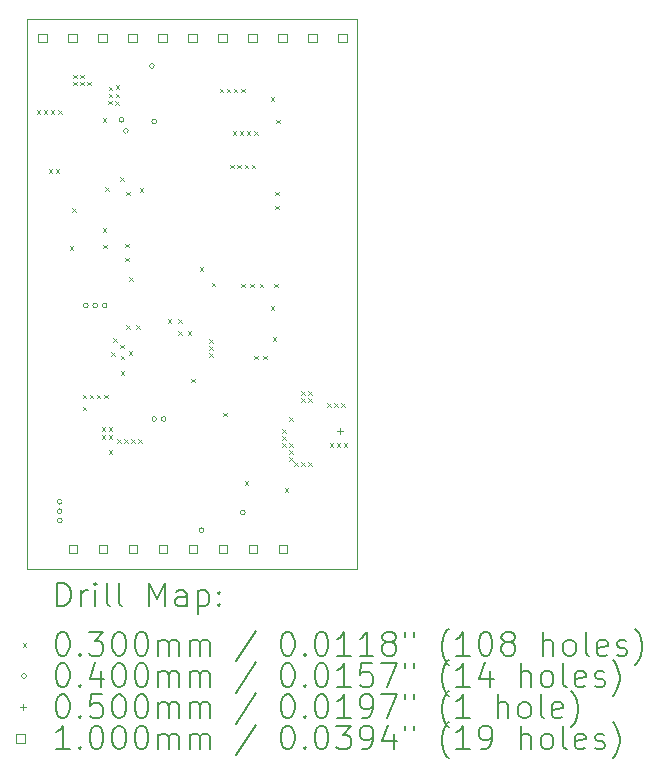
<source format=gbr>
%TF.GenerationSoftware,KiCad,Pcbnew,8.0.1*%
%TF.CreationDate,2024-04-03T20:26:18-05:00*%
%TF.ProjectId,meshtastic-diy,6d657368-7461-4737-9469-632d6469792e,2.1*%
%TF.SameCoordinates,Original*%
%TF.FileFunction,Drillmap*%
%TF.FilePolarity,Positive*%
%FSLAX45Y45*%
G04 Gerber Fmt 4.5, Leading zero omitted, Abs format (unit mm)*
G04 Created by KiCad (PCBNEW 8.0.1) date 2024-04-03 20:26:18*
%MOMM*%
%LPD*%
G01*
G04 APERTURE LIST*
%ADD10C,0.050000*%
%ADD11C,0.200000*%
%ADD12C,0.100000*%
G04 APERTURE END LIST*
D10*
X17050000Y-7970000D02*
X14250000Y-7970000D01*
X17050000Y-12630000D02*
X17050000Y-7970000D01*
X14250000Y-7970000D02*
X14250000Y-12630000D01*
X14250000Y-12630000D02*
X17050000Y-12630000D01*
D11*
D12*
X14335000Y-8745000D02*
X14365000Y-8775000D01*
X14365000Y-8745000D02*
X14335000Y-8775000D01*
X14395000Y-8745000D02*
X14425000Y-8775000D01*
X14425000Y-8745000D02*
X14395000Y-8775000D01*
X14435000Y-9245000D02*
X14465000Y-9275000D01*
X14465000Y-9245000D02*
X14435000Y-9275000D01*
X14455000Y-8745000D02*
X14485000Y-8775000D01*
X14485000Y-8745000D02*
X14455000Y-8775000D01*
X14495000Y-9245000D02*
X14525000Y-9275000D01*
X14525000Y-9245000D02*
X14495000Y-9275000D01*
X14515000Y-8745000D02*
X14545000Y-8775000D01*
X14545000Y-8745000D02*
X14515000Y-8775000D01*
X14615000Y-9895000D02*
X14645000Y-9925000D01*
X14645000Y-9895000D02*
X14615000Y-9925000D01*
X14635000Y-9575000D02*
X14665000Y-9605000D01*
X14665000Y-9575000D02*
X14635000Y-9605000D01*
X14645000Y-8445000D02*
X14675000Y-8475000D01*
X14675000Y-8445000D02*
X14645000Y-8475000D01*
X14645000Y-8505000D02*
X14675000Y-8535000D01*
X14675000Y-8505000D02*
X14645000Y-8535000D01*
X14705000Y-8445000D02*
X14735000Y-8475000D01*
X14735000Y-8445000D02*
X14705000Y-8475000D01*
X14705000Y-8505000D02*
X14735000Y-8535000D01*
X14735000Y-8505000D02*
X14705000Y-8535000D01*
X14725000Y-11155000D02*
X14755000Y-11185000D01*
X14755000Y-11155000D02*
X14725000Y-11185000D01*
X14725000Y-11255000D02*
X14755000Y-11285000D01*
X14755000Y-11255000D02*
X14725000Y-11285000D01*
X14765043Y-8505043D02*
X14795043Y-8535043D01*
X14795043Y-8505043D02*
X14765043Y-8535043D01*
X14785000Y-11155000D02*
X14815000Y-11185000D01*
X14815000Y-11155000D02*
X14785000Y-11185000D01*
X14845000Y-11155000D02*
X14875000Y-11185000D01*
X14875000Y-11155000D02*
X14845000Y-11185000D01*
X14885000Y-11430000D02*
X14915000Y-11460000D01*
X14915000Y-11430000D02*
X14885000Y-11460000D01*
X14885000Y-11495000D02*
X14915000Y-11525000D01*
X14915000Y-11495000D02*
X14885000Y-11525000D01*
X14895000Y-9745000D02*
X14925000Y-9775000D01*
X14925000Y-9745000D02*
X14895000Y-9775000D01*
X14895236Y-8815163D02*
X14925236Y-8845163D01*
X14925236Y-8815163D02*
X14895236Y-8845163D01*
X14898079Y-9883974D02*
X14928079Y-9913974D01*
X14928079Y-9883974D02*
X14898079Y-9913974D01*
X14905000Y-11155000D02*
X14935000Y-11185000D01*
X14935000Y-11155000D02*
X14905000Y-11185000D01*
X14915000Y-9395000D02*
X14945000Y-9425000D01*
X14945000Y-9395000D02*
X14915000Y-9425000D01*
X14940175Y-8665047D02*
X14970175Y-8695047D01*
X14970175Y-8665047D02*
X14940175Y-8695047D01*
X14945000Y-8545000D02*
X14975000Y-8575000D01*
X14975000Y-8545000D02*
X14945000Y-8575000D01*
X14945000Y-8605000D02*
X14975000Y-8635000D01*
X14975000Y-8605000D02*
X14945000Y-8635000D01*
X14945000Y-11430000D02*
X14975000Y-11460000D01*
X14975000Y-11430000D02*
X14945000Y-11460000D01*
X14945000Y-11495000D02*
X14975000Y-11525000D01*
X14975000Y-11495000D02*
X14945000Y-11525000D01*
X14945000Y-11625000D02*
X14975000Y-11655000D01*
X14975000Y-11625000D02*
X14945000Y-11655000D01*
X14965000Y-10792700D02*
X14995000Y-10822700D01*
X14995000Y-10792700D02*
X14965000Y-10822700D01*
X14985000Y-10675000D02*
X15015000Y-10705000D01*
X15015000Y-10675000D02*
X14985000Y-10705000D01*
X15000000Y-8670000D02*
X15030000Y-8700000D01*
X15030000Y-8670000D02*
X15000000Y-8700000D01*
X15005000Y-8535000D02*
X15035000Y-8565000D01*
X15035000Y-8535000D02*
X15005000Y-8565000D01*
X15005000Y-8605000D02*
X15035000Y-8635000D01*
X15035000Y-8605000D02*
X15005000Y-8635000D01*
X15015000Y-11530000D02*
X15045000Y-11560000D01*
X15045000Y-11530000D02*
X15015000Y-11560000D01*
X15041569Y-10731569D02*
X15071569Y-10761569D01*
X15071569Y-10731569D02*
X15041569Y-10761569D01*
X15042573Y-9312574D02*
X15072573Y-9342574D01*
X15072573Y-9312574D02*
X15042573Y-9342574D01*
X15045000Y-10825000D02*
X15075000Y-10855000D01*
X15075000Y-10825000D02*
X15045000Y-10855000D01*
X15045000Y-10955000D02*
X15075000Y-10985000D01*
X15075000Y-10955000D02*
X15045000Y-10985000D01*
X15075000Y-11530000D02*
X15105000Y-11560000D01*
X15105000Y-11530000D02*
X15075000Y-11560000D01*
X15083147Y-9875000D02*
X15113147Y-9905000D01*
X15113147Y-9875000D02*
X15083147Y-9905000D01*
X15085000Y-9995000D02*
X15115000Y-10025000D01*
X15115000Y-9995000D02*
X15085000Y-10025000D01*
X15095000Y-9435000D02*
X15125000Y-9465000D01*
X15125000Y-9435000D02*
X15095000Y-9465000D01*
X15095000Y-10565000D02*
X15125000Y-10595000D01*
X15125000Y-10565000D02*
X15095000Y-10595000D01*
X15115000Y-10785000D02*
X15145000Y-10815000D01*
X15145000Y-10785000D02*
X15115000Y-10815000D01*
X15120000Y-10160000D02*
X15150000Y-10190000D01*
X15150000Y-10160000D02*
X15120000Y-10190000D01*
X15135000Y-11530000D02*
X15165000Y-11560000D01*
X15165000Y-11530000D02*
X15135000Y-11560000D01*
X15175717Y-10565000D02*
X15205717Y-10595000D01*
X15205717Y-10565000D02*
X15175717Y-10595000D01*
X15195000Y-11530000D02*
X15225000Y-11560000D01*
X15225000Y-11530000D02*
X15195000Y-11560000D01*
X15207426Y-9407426D02*
X15237426Y-9437426D01*
X15237426Y-9407426D02*
X15207426Y-9437426D01*
X15445000Y-10515000D02*
X15475000Y-10545000D01*
X15475000Y-10515000D02*
X15445000Y-10545000D01*
X15535000Y-10515000D02*
X15565000Y-10545000D01*
X15565000Y-10515000D02*
X15535000Y-10545000D01*
X15535000Y-10615000D02*
X15565000Y-10645000D01*
X15565000Y-10615000D02*
X15535000Y-10645000D01*
X15615000Y-10615000D02*
X15645000Y-10645000D01*
X15645000Y-10615000D02*
X15615000Y-10645000D01*
X15645000Y-11017500D02*
X15675000Y-11047500D01*
X15675000Y-11017500D02*
X15645000Y-11047500D01*
X15715000Y-10075000D02*
X15745000Y-10105000D01*
X15745000Y-10075000D02*
X15715000Y-10105000D01*
X15795000Y-10685000D02*
X15825000Y-10715000D01*
X15825000Y-10685000D02*
X15795000Y-10715000D01*
X15795000Y-10745000D02*
X15825000Y-10775000D01*
X15825000Y-10745000D02*
X15795000Y-10775000D01*
X15795000Y-10805000D02*
X15825000Y-10835000D01*
X15825000Y-10805000D02*
X15795000Y-10835000D01*
X15815000Y-10205000D02*
X15845000Y-10235000D01*
X15845000Y-10205000D02*
X15815000Y-10235000D01*
X15885000Y-8565000D02*
X15915000Y-8595000D01*
X15915000Y-8565000D02*
X15885000Y-8595000D01*
X15915000Y-11305000D02*
X15945000Y-11335000D01*
X15945000Y-11305000D02*
X15915000Y-11335000D01*
X15945000Y-8565000D02*
X15975000Y-8595000D01*
X15975000Y-8565000D02*
X15945000Y-8595000D01*
X15975000Y-9205000D02*
X16005000Y-9235000D01*
X16005000Y-9205000D02*
X15975000Y-9235000D01*
X15995000Y-8925000D02*
X16025000Y-8955000D01*
X16025000Y-8925000D02*
X15995000Y-8955000D01*
X16005000Y-8565000D02*
X16035000Y-8595000D01*
X16035000Y-8565000D02*
X16005000Y-8595000D01*
X16035000Y-9205000D02*
X16065000Y-9235000D01*
X16065000Y-9205000D02*
X16035000Y-9235000D01*
X16055000Y-8925000D02*
X16085000Y-8955000D01*
X16085000Y-8925000D02*
X16055000Y-8955000D01*
X16065000Y-8565000D02*
X16095000Y-8595000D01*
X16095000Y-8565000D02*
X16065000Y-8595000D01*
X16065000Y-10215000D02*
X16095000Y-10245000D01*
X16095000Y-10215000D02*
X16065000Y-10245000D01*
X16095000Y-9205000D02*
X16125000Y-9235000D01*
X16125000Y-9205000D02*
X16095000Y-9235000D01*
X16095000Y-11885000D02*
X16125000Y-11915000D01*
X16125000Y-11885000D02*
X16095000Y-11915000D01*
X16115000Y-8925000D02*
X16145000Y-8955000D01*
X16145000Y-8925000D02*
X16115000Y-8955000D01*
X16145000Y-10215000D02*
X16175000Y-10245000D01*
X16175000Y-10215000D02*
X16145000Y-10245000D01*
X16155000Y-9205000D02*
X16185000Y-9235000D01*
X16185000Y-9205000D02*
X16155000Y-9235000D01*
X16175000Y-8925000D02*
X16205000Y-8955000D01*
X16205000Y-8925000D02*
X16175000Y-8955000D01*
X16175000Y-10825000D02*
X16205000Y-10855000D01*
X16205000Y-10825000D02*
X16175000Y-10855000D01*
X16225000Y-10215000D02*
X16255000Y-10245000D01*
X16255000Y-10215000D02*
X16225000Y-10245000D01*
X16255000Y-10825000D02*
X16285000Y-10855000D01*
X16285000Y-10825000D02*
X16255000Y-10855000D01*
X16315000Y-8635000D02*
X16345000Y-8665000D01*
X16345000Y-8635000D02*
X16315000Y-8665000D01*
X16315000Y-10405000D02*
X16345000Y-10435000D01*
X16345000Y-10405000D02*
X16315000Y-10435000D01*
X16335000Y-10665000D02*
X16365000Y-10695000D01*
X16365000Y-10665000D02*
X16335000Y-10695000D01*
X16345000Y-10215000D02*
X16375000Y-10245000D01*
X16375000Y-10215000D02*
X16345000Y-10245000D01*
X16355000Y-9435000D02*
X16385000Y-9465000D01*
X16385000Y-9435000D02*
X16355000Y-9465000D01*
X16355000Y-9555000D02*
X16385000Y-9585000D01*
X16385000Y-9555000D02*
X16355000Y-9585000D01*
X16365000Y-8825000D02*
X16395000Y-8855000D01*
X16395000Y-8825000D02*
X16365000Y-8855000D01*
X16415000Y-11445000D02*
X16445000Y-11475000D01*
X16445000Y-11445000D02*
X16415000Y-11475000D01*
X16415000Y-11505000D02*
X16445000Y-11535000D01*
X16445000Y-11505000D02*
X16415000Y-11535000D01*
X16415000Y-11565000D02*
X16445000Y-11595000D01*
X16445000Y-11565000D02*
X16415000Y-11595000D01*
X16435000Y-11945000D02*
X16465000Y-11975000D01*
X16465000Y-11945000D02*
X16435000Y-11975000D01*
X16475000Y-11345000D02*
X16505000Y-11375000D01*
X16505000Y-11345000D02*
X16475000Y-11375000D01*
X16475000Y-11565000D02*
X16505000Y-11595000D01*
X16505000Y-11565000D02*
X16475000Y-11595000D01*
X16475000Y-11625000D02*
X16505000Y-11655000D01*
X16505000Y-11625000D02*
X16475000Y-11655000D01*
X16475000Y-11685000D02*
X16505000Y-11715000D01*
X16505000Y-11685000D02*
X16475000Y-11715000D01*
X16515000Y-11725000D02*
X16545000Y-11755000D01*
X16545000Y-11725000D02*
X16515000Y-11755000D01*
X16575000Y-11125000D02*
X16605000Y-11155000D01*
X16605000Y-11125000D02*
X16575000Y-11155000D01*
X16575000Y-11185000D02*
X16605000Y-11215000D01*
X16605000Y-11185000D02*
X16575000Y-11215000D01*
X16575000Y-11725000D02*
X16605000Y-11755000D01*
X16605000Y-11725000D02*
X16575000Y-11755000D01*
X16635000Y-11125000D02*
X16665000Y-11155000D01*
X16665000Y-11125000D02*
X16635000Y-11155000D01*
X16635000Y-11185000D02*
X16665000Y-11215000D01*
X16665000Y-11185000D02*
X16635000Y-11215000D01*
X16635000Y-11725000D02*
X16665000Y-11755000D01*
X16665000Y-11725000D02*
X16635000Y-11755000D01*
X16795000Y-11225000D02*
X16825000Y-11255000D01*
X16825000Y-11225000D02*
X16795000Y-11255000D01*
X16815000Y-11565000D02*
X16845000Y-11595000D01*
X16845000Y-11565000D02*
X16815000Y-11595000D01*
X16855000Y-11225000D02*
X16885000Y-11255000D01*
X16885000Y-11225000D02*
X16855000Y-11255000D01*
X16875000Y-11565000D02*
X16905000Y-11595000D01*
X16905000Y-11565000D02*
X16875000Y-11595000D01*
X16915000Y-11225000D02*
X16945000Y-11255000D01*
X16945000Y-11225000D02*
X16915000Y-11255000D01*
X16935000Y-11565000D02*
X16965000Y-11595000D01*
X16965000Y-11565000D02*
X16935000Y-11595000D01*
X14550000Y-12060000D02*
G75*
G02*
X14510000Y-12060000I-20000J0D01*
G01*
X14510000Y-12060000D02*
G75*
G02*
X14550000Y-12060000I20000J0D01*
G01*
X14550000Y-12140000D02*
G75*
G02*
X14510000Y-12140000I-20000J0D01*
G01*
X14510000Y-12140000D02*
G75*
G02*
X14550000Y-12140000I20000J0D01*
G01*
X14550000Y-12220000D02*
G75*
G02*
X14510000Y-12220000I-20000J0D01*
G01*
X14510000Y-12220000D02*
G75*
G02*
X14550000Y-12220000I20000J0D01*
G01*
X14770000Y-10400000D02*
G75*
G02*
X14730000Y-10400000I-20000J0D01*
G01*
X14730000Y-10400000D02*
G75*
G02*
X14770000Y-10400000I20000J0D01*
G01*
X14850000Y-10400000D02*
G75*
G02*
X14810000Y-10400000I-20000J0D01*
G01*
X14810000Y-10400000D02*
G75*
G02*
X14850000Y-10400000I20000J0D01*
G01*
X14930000Y-10400000D02*
G75*
G02*
X14890000Y-10400000I-20000J0D01*
G01*
X14890000Y-10400000D02*
G75*
G02*
X14930000Y-10400000I20000J0D01*
G01*
X15072671Y-8827228D02*
G75*
G02*
X15032671Y-8827228I-20000J0D01*
G01*
X15032671Y-8827228D02*
G75*
G02*
X15072671Y-8827228I20000J0D01*
G01*
X15110000Y-8920000D02*
G75*
G02*
X15070000Y-8920000I-20000J0D01*
G01*
X15070000Y-8920000D02*
G75*
G02*
X15110000Y-8920000I20000J0D01*
G01*
X15330000Y-8370000D02*
G75*
G02*
X15290000Y-8370000I-20000J0D01*
G01*
X15290000Y-8370000D02*
G75*
G02*
X15330000Y-8370000I20000J0D01*
G01*
X15350000Y-8840000D02*
G75*
G02*
X15310000Y-8840000I-20000J0D01*
G01*
X15310000Y-8840000D02*
G75*
G02*
X15350000Y-8840000I20000J0D01*
G01*
X15350000Y-11360000D02*
G75*
G02*
X15310000Y-11360000I-20000J0D01*
G01*
X15310000Y-11360000D02*
G75*
G02*
X15350000Y-11360000I20000J0D01*
G01*
X15430000Y-11360000D02*
G75*
G02*
X15390000Y-11360000I-20000J0D01*
G01*
X15390000Y-11360000D02*
G75*
G02*
X15430000Y-11360000I20000J0D01*
G01*
X15750000Y-12300000D02*
G75*
G02*
X15710000Y-12300000I-20000J0D01*
G01*
X15710000Y-12300000D02*
G75*
G02*
X15750000Y-12300000I20000J0D01*
G01*
X16100000Y-12150000D02*
G75*
G02*
X16060000Y-12150000I-20000J0D01*
G01*
X16060000Y-12150000D02*
G75*
G02*
X16100000Y-12150000I20000J0D01*
G01*
X16900000Y-11435000D02*
X16900000Y-11485000D01*
X16875000Y-11460000D02*
X16925000Y-11460000D01*
X14418356Y-8170356D02*
X14418356Y-8099644D01*
X14347644Y-8099644D01*
X14347644Y-8170356D01*
X14418356Y-8170356D01*
X14672356Y-8170356D02*
X14672356Y-8099644D01*
X14601644Y-8099644D01*
X14601644Y-8170356D01*
X14672356Y-8170356D01*
X14677356Y-12495356D02*
X14677356Y-12424644D01*
X14606644Y-12424644D01*
X14606644Y-12495356D01*
X14677356Y-12495356D01*
X14926356Y-8170356D02*
X14926356Y-8099644D01*
X14855644Y-8099644D01*
X14855644Y-8170356D01*
X14926356Y-8170356D01*
X14931356Y-12495356D02*
X14931356Y-12424644D01*
X14860644Y-12424644D01*
X14860644Y-12495356D01*
X14931356Y-12495356D01*
X15180356Y-8170356D02*
X15180356Y-8099644D01*
X15109644Y-8099644D01*
X15109644Y-8170356D01*
X15180356Y-8170356D01*
X15185356Y-12495356D02*
X15185356Y-12424644D01*
X15114644Y-12424644D01*
X15114644Y-12495356D01*
X15185356Y-12495356D01*
X15434356Y-8170356D02*
X15434356Y-8099644D01*
X15363644Y-8099644D01*
X15363644Y-8170356D01*
X15434356Y-8170356D01*
X15439356Y-12495356D02*
X15439356Y-12424644D01*
X15368644Y-12424644D01*
X15368644Y-12495356D01*
X15439356Y-12495356D01*
X15688356Y-8170356D02*
X15688356Y-8099644D01*
X15617644Y-8099644D01*
X15617644Y-8170356D01*
X15688356Y-8170356D01*
X15693356Y-12495356D02*
X15693356Y-12424644D01*
X15622644Y-12424644D01*
X15622644Y-12495356D01*
X15693356Y-12495356D01*
X15942356Y-8170356D02*
X15942356Y-8099644D01*
X15871644Y-8099644D01*
X15871644Y-8170356D01*
X15942356Y-8170356D01*
X15947356Y-12495356D02*
X15947356Y-12424644D01*
X15876644Y-12424644D01*
X15876644Y-12495356D01*
X15947356Y-12495356D01*
X16196356Y-8170356D02*
X16196356Y-8099644D01*
X16125644Y-8099644D01*
X16125644Y-8170356D01*
X16196356Y-8170356D01*
X16201356Y-12495356D02*
X16201356Y-12424644D01*
X16130644Y-12424644D01*
X16130644Y-12495356D01*
X16201356Y-12495356D01*
X16450356Y-8170356D02*
X16450356Y-8099644D01*
X16379644Y-8099644D01*
X16379644Y-8170356D01*
X16450356Y-8170356D01*
X16455356Y-12495356D02*
X16455356Y-12424644D01*
X16384644Y-12424644D01*
X16384644Y-12495356D01*
X16455356Y-12495356D01*
X16704356Y-8170356D02*
X16704356Y-8099644D01*
X16633644Y-8099644D01*
X16633644Y-8170356D01*
X16704356Y-8170356D01*
X16958356Y-8170356D02*
X16958356Y-8099644D01*
X16887644Y-8099644D01*
X16887644Y-8170356D01*
X16958356Y-8170356D01*
D11*
X14508277Y-12943984D02*
X14508277Y-12743984D01*
X14508277Y-12743984D02*
X14555896Y-12743984D01*
X14555896Y-12743984D02*
X14584467Y-12753508D01*
X14584467Y-12753508D02*
X14603515Y-12772555D01*
X14603515Y-12772555D02*
X14613039Y-12791603D01*
X14613039Y-12791603D02*
X14622562Y-12829698D01*
X14622562Y-12829698D02*
X14622562Y-12858269D01*
X14622562Y-12858269D02*
X14613039Y-12896365D01*
X14613039Y-12896365D02*
X14603515Y-12915412D01*
X14603515Y-12915412D02*
X14584467Y-12934460D01*
X14584467Y-12934460D02*
X14555896Y-12943984D01*
X14555896Y-12943984D02*
X14508277Y-12943984D01*
X14708277Y-12943984D02*
X14708277Y-12810650D01*
X14708277Y-12848746D02*
X14717801Y-12829698D01*
X14717801Y-12829698D02*
X14727324Y-12820174D01*
X14727324Y-12820174D02*
X14746372Y-12810650D01*
X14746372Y-12810650D02*
X14765420Y-12810650D01*
X14832086Y-12943984D02*
X14832086Y-12810650D01*
X14832086Y-12743984D02*
X14822562Y-12753508D01*
X14822562Y-12753508D02*
X14832086Y-12763031D01*
X14832086Y-12763031D02*
X14841610Y-12753508D01*
X14841610Y-12753508D02*
X14832086Y-12743984D01*
X14832086Y-12743984D02*
X14832086Y-12763031D01*
X14955896Y-12943984D02*
X14936848Y-12934460D01*
X14936848Y-12934460D02*
X14927324Y-12915412D01*
X14927324Y-12915412D02*
X14927324Y-12743984D01*
X15060658Y-12943984D02*
X15041610Y-12934460D01*
X15041610Y-12934460D02*
X15032086Y-12915412D01*
X15032086Y-12915412D02*
X15032086Y-12743984D01*
X15289229Y-12943984D02*
X15289229Y-12743984D01*
X15289229Y-12743984D02*
X15355896Y-12886841D01*
X15355896Y-12886841D02*
X15422562Y-12743984D01*
X15422562Y-12743984D02*
X15422562Y-12943984D01*
X15603515Y-12943984D02*
X15603515Y-12839222D01*
X15603515Y-12839222D02*
X15593991Y-12820174D01*
X15593991Y-12820174D02*
X15574943Y-12810650D01*
X15574943Y-12810650D02*
X15536848Y-12810650D01*
X15536848Y-12810650D02*
X15517801Y-12820174D01*
X15603515Y-12934460D02*
X15584467Y-12943984D01*
X15584467Y-12943984D02*
X15536848Y-12943984D01*
X15536848Y-12943984D02*
X15517801Y-12934460D01*
X15517801Y-12934460D02*
X15508277Y-12915412D01*
X15508277Y-12915412D02*
X15508277Y-12896365D01*
X15508277Y-12896365D02*
X15517801Y-12877317D01*
X15517801Y-12877317D02*
X15536848Y-12867793D01*
X15536848Y-12867793D02*
X15584467Y-12867793D01*
X15584467Y-12867793D02*
X15603515Y-12858269D01*
X15698753Y-12810650D02*
X15698753Y-13010650D01*
X15698753Y-12820174D02*
X15717801Y-12810650D01*
X15717801Y-12810650D02*
X15755896Y-12810650D01*
X15755896Y-12810650D02*
X15774943Y-12820174D01*
X15774943Y-12820174D02*
X15784467Y-12829698D01*
X15784467Y-12829698D02*
X15793991Y-12848746D01*
X15793991Y-12848746D02*
X15793991Y-12905888D01*
X15793991Y-12905888D02*
X15784467Y-12924936D01*
X15784467Y-12924936D02*
X15774943Y-12934460D01*
X15774943Y-12934460D02*
X15755896Y-12943984D01*
X15755896Y-12943984D02*
X15717801Y-12943984D01*
X15717801Y-12943984D02*
X15698753Y-12934460D01*
X15879705Y-12924936D02*
X15889229Y-12934460D01*
X15889229Y-12934460D02*
X15879705Y-12943984D01*
X15879705Y-12943984D02*
X15870182Y-12934460D01*
X15870182Y-12934460D02*
X15879705Y-12924936D01*
X15879705Y-12924936D02*
X15879705Y-12943984D01*
X15879705Y-12820174D02*
X15889229Y-12829698D01*
X15889229Y-12829698D02*
X15879705Y-12839222D01*
X15879705Y-12839222D02*
X15870182Y-12829698D01*
X15870182Y-12829698D02*
X15879705Y-12820174D01*
X15879705Y-12820174D02*
X15879705Y-12839222D01*
D12*
X14217500Y-13257500D02*
X14247500Y-13287500D01*
X14247500Y-13257500D02*
X14217500Y-13287500D01*
D11*
X14546372Y-13163984D02*
X14565420Y-13163984D01*
X14565420Y-13163984D02*
X14584467Y-13173508D01*
X14584467Y-13173508D02*
X14593991Y-13183031D01*
X14593991Y-13183031D02*
X14603515Y-13202079D01*
X14603515Y-13202079D02*
X14613039Y-13240174D01*
X14613039Y-13240174D02*
X14613039Y-13287793D01*
X14613039Y-13287793D02*
X14603515Y-13325888D01*
X14603515Y-13325888D02*
X14593991Y-13344936D01*
X14593991Y-13344936D02*
X14584467Y-13354460D01*
X14584467Y-13354460D02*
X14565420Y-13363984D01*
X14565420Y-13363984D02*
X14546372Y-13363984D01*
X14546372Y-13363984D02*
X14527324Y-13354460D01*
X14527324Y-13354460D02*
X14517801Y-13344936D01*
X14517801Y-13344936D02*
X14508277Y-13325888D01*
X14508277Y-13325888D02*
X14498753Y-13287793D01*
X14498753Y-13287793D02*
X14498753Y-13240174D01*
X14498753Y-13240174D02*
X14508277Y-13202079D01*
X14508277Y-13202079D02*
X14517801Y-13183031D01*
X14517801Y-13183031D02*
X14527324Y-13173508D01*
X14527324Y-13173508D02*
X14546372Y-13163984D01*
X14698753Y-13344936D02*
X14708277Y-13354460D01*
X14708277Y-13354460D02*
X14698753Y-13363984D01*
X14698753Y-13363984D02*
X14689229Y-13354460D01*
X14689229Y-13354460D02*
X14698753Y-13344936D01*
X14698753Y-13344936D02*
X14698753Y-13363984D01*
X14774943Y-13163984D02*
X14898753Y-13163984D01*
X14898753Y-13163984D02*
X14832086Y-13240174D01*
X14832086Y-13240174D02*
X14860658Y-13240174D01*
X14860658Y-13240174D02*
X14879705Y-13249698D01*
X14879705Y-13249698D02*
X14889229Y-13259222D01*
X14889229Y-13259222D02*
X14898753Y-13278269D01*
X14898753Y-13278269D02*
X14898753Y-13325888D01*
X14898753Y-13325888D02*
X14889229Y-13344936D01*
X14889229Y-13344936D02*
X14879705Y-13354460D01*
X14879705Y-13354460D02*
X14860658Y-13363984D01*
X14860658Y-13363984D02*
X14803515Y-13363984D01*
X14803515Y-13363984D02*
X14784467Y-13354460D01*
X14784467Y-13354460D02*
X14774943Y-13344936D01*
X15022562Y-13163984D02*
X15041610Y-13163984D01*
X15041610Y-13163984D02*
X15060658Y-13173508D01*
X15060658Y-13173508D02*
X15070182Y-13183031D01*
X15070182Y-13183031D02*
X15079705Y-13202079D01*
X15079705Y-13202079D02*
X15089229Y-13240174D01*
X15089229Y-13240174D02*
X15089229Y-13287793D01*
X15089229Y-13287793D02*
X15079705Y-13325888D01*
X15079705Y-13325888D02*
X15070182Y-13344936D01*
X15070182Y-13344936D02*
X15060658Y-13354460D01*
X15060658Y-13354460D02*
X15041610Y-13363984D01*
X15041610Y-13363984D02*
X15022562Y-13363984D01*
X15022562Y-13363984D02*
X15003515Y-13354460D01*
X15003515Y-13354460D02*
X14993991Y-13344936D01*
X14993991Y-13344936D02*
X14984467Y-13325888D01*
X14984467Y-13325888D02*
X14974943Y-13287793D01*
X14974943Y-13287793D02*
X14974943Y-13240174D01*
X14974943Y-13240174D02*
X14984467Y-13202079D01*
X14984467Y-13202079D02*
X14993991Y-13183031D01*
X14993991Y-13183031D02*
X15003515Y-13173508D01*
X15003515Y-13173508D02*
X15022562Y-13163984D01*
X15213039Y-13163984D02*
X15232086Y-13163984D01*
X15232086Y-13163984D02*
X15251134Y-13173508D01*
X15251134Y-13173508D02*
X15260658Y-13183031D01*
X15260658Y-13183031D02*
X15270182Y-13202079D01*
X15270182Y-13202079D02*
X15279705Y-13240174D01*
X15279705Y-13240174D02*
X15279705Y-13287793D01*
X15279705Y-13287793D02*
X15270182Y-13325888D01*
X15270182Y-13325888D02*
X15260658Y-13344936D01*
X15260658Y-13344936D02*
X15251134Y-13354460D01*
X15251134Y-13354460D02*
X15232086Y-13363984D01*
X15232086Y-13363984D02*
X15213039Y-13363984D01*
X15213039Y-13363984D02*
X15193991Y-13354460D01*
X15193991Y-13354460D02*
X15184467Y-13344936D01*
X15184467Y-13344936D02*
X15174943Y-13325888D01*
X15174943Y-13325888D02*
X15165420Y-13287793D01*
X15165420Y-13287793D02*
X15165420Y-13240174D01*
X15165420Y-13240174D02*
X15174943Y-13202079D01*
X15174943Y-13202079D02*
X15184467Y-13183031D01*
X15184467Y-13183031D02*
X15193991Y-13173508D01*
X15193991Y-13173508D02*
X15213039Y-13163984D01*
X15365420Y-13363984D02*
X15365420Y-13230650D01*
X15365420Y-13249698D02*
X15374943Y-13240174D01*
X15374943Y-13240174D02*
X15393991Y-13230650D01*
X15393991Y-13230650D02*
X15422563Y-13230650D01*
X15422563Y-13230650D02*
X15441610Y-13240174D01*
X15441610Y-13240174D02*
X15451134Y-13259222D01*
X15451134Y-13259222D02*
X15451134Y-13363984D01*
X15451134Y-13259222D02*
X15460658Y-13240174D01*
X15460658Y-13240174D02*
X15479705Y-13230650D01*
X15479705Y-13230650D02*
X15508277Y-13230650D01*
X15508277Y-13230650D02*
X15527324Y-13240174D01*
X15527324Y-13240174D02*
X15536848Y-13259222D01*
X15536848Y-13259222D02*
X15536848Y-13363984D01*
X15632086Y-13363984D02*
X15632086Y-13230650D01*
X15632086Y-13249698D02*
X15641610Y-13240174D01*
X15641610Y-13240174D02*
X15660658Y-13230650D01*
X15660658Y-13230650D02*
X15689229Y-13230650D01*
X15689229Y-13230650D02*
X15708277Y-13240174D01*
X15708277Y-13240174D02*
X15717801Y-13259222D01*
X15717801Y-13259222D02*
X15717801Y-13363984D01*
X15717801Y-13259222D02*
X15727324Y-13240174D01*
X15727324Y-13240174D02*
X15746372Y-13230650D01*
X15746372Y-13230650D02*
X15774943Y-13230650D01*
X15774943Y-13230650D02*
X15793991Y-13240174D01*
X15793991Y-13240174D02*
X15803515Y-13259222D01*
X15803515Y-13259222D02*
X15803515Y-13363984D01*
X16193991Y-13154460D02*
X16022563Y-13411603D01*
X16451134Y-13163984D02*
X16470182Y-13163984D01*
X16470182Y-13163984D02*
X16489229Y-13173508D01*
X16489229Y-13173508D02*
X16498753Y-13183031D01*
X16498753Y-13183031D02*
X16508277Y-13202079D01*
X16508277Y-13202079D02*
X16517801Y-13240174D01*
X16517801Y-13240174D02*
X16517801Y-13287793D01*
X16517801Y-13287793D02*
X16508277Y-13325888D01*
X16508277Y-13325888D02*
X16498753Y-13344936D01*
X16498753Y-13344936D02*
X16489229Y-13354460D01*
X16489229Y-13354460D02*
X16470182Y-13363984D01*
X16470182Y-13363984D02*
X16451134Y-13363984D01*
X16451134Y-13363984D02*
X16432086Y-13354460D01*
X16432086Y-13354460D02*
X16422563Y-13344936D01*
X16422563Y-13344936D02*
X16413039Y-13325888D01*
X16413039Y-13325888D02*
X16403515Y-13287793D01*
X16403515Y-13287793D02*
X16403515Y-13240174D01*
X16403515Y-13240174D02*
X16413039Y-13202079D01*
X16413039Y-13202079D02*
X16422563Y-13183031D01*
X16422563Y-13183031D02*
X16432086Y-13173508D01*
X16432086Y-13173508D02*
X16451134Y-13163984D01*
X16603515Y-13344936D02*
X16613039Y-13354460D01*
X16613039Y-13354460D02*
X16603515Y-13363984D01*
X16603515Y-13363984D02*
X16593991Y-13354460D01*
X16593991Y-13354460D02*
X16603515Y-13344936D01*
X16603515Y-13344936D02*
X16603515Y-13363984D01*
X16736848Y-13163984D02*
X16755896Y-13163984D01*
X16755896Y-13163984D02*
X16774944Y-13173508D01*
X16774944Y-13173508D02*
X16784468Y-13183031D01*
X16784468Y-13183031D02*
X16793991Y-13202079D01*
X16793991Y-13202079D02*
X16803515Y-13240174D01*
X16803515Y-13240174D02*
X16803515Y-13287793D01*
X16803515Y-13287793D02*
X16793991Y-13325888D01*
X16793991Y-13325888D02*
X16784468Y-13344936D01*
X16784468Y-13344936D02*
X16774944Y-13354460D01*
X16774944Y-13354460D02*
X16755896Y-13363984D01*
X16755896Y-13363984D02*
X16736848Y-13363984D01*
X16736848Y-13363984D02*
X16717801Y-13354460D01*
X16717801Y-13354460D02*
X16708277Y-13344936D01*
X16708277Y-13344936D02*
X16698753Y-13325888D01*
X16698753Y-13325888D02*
X16689229Y-13287793D01*
X16689229Y-13287793D02*
X16689229Y-13240174D01*
X16689229Y-13240174D02*
X16698753Y-13202079D01*
X16698753Y-13202079D02*
X16708277Y-13183031D01*
X16708277Y-13183031D02*
X16717801Y-13173508D01*
X16717801Y-13173508D02*
X16736848Y-13163984D01*
X16993991Y-13363984D02*
X16879706Y-13363984D01*
X16936848Y-13363984D02*
X16936848Y-13163984D01*
X16936848Y-13163984D02*
X16917801Y-13192555D01*
X16917801Y-13192555D02*
X16898753Y-13211603D01*
X16898753Y-13211603D02*
X16879706Y-13221127D01*
X17184468Y-13363984D02*
X17070182Y-13363984D01*
X17127325Y-13363984D02*
X17127325Y-13163984D01*
X17127325Y-13163984D02*
X17108277Y-13192555D01*
X17108277Y-13192555D02*
X17089229Y-13211603D01*
X17089229Y-13211603D02*
X17070182Y-13221127D01*
X17298753Y-13249698D02*
X17279706Y-13240174D01*
X17279706Y-13240174D02*
X17270182Y-13230650D01*
X17270182Y-13230650D02*
X17260658Y-13211603D01*
X17260658Y-13211603D02*
X17260658Y-13202079D01*
X17260658Y-13202079D02*
X17270182Y-13183031D01*
X17270182Y-13183031D02*
X17279706Y-13173508D01*
X17279706Y-13173508D02*
X17298753Y-13163984D01*
X17298753Y-13163984D02*
X17336849Y-13163984D01*
X17336849Y-13163984D02*
X17355896Y-13173508D01*
X17355896Y-13173508D02*
X17365420Y-13183031D01*
X17365420Y-13183031D02*
X17374944Y-13202079D01*
X17374944Y-13202079D02*
X17374944Y-13211603D01*
X17374944Y-13211603D02*
X17365420Y-13230650D01*
X17365420Y-13230650D02*
X17355896Y-13240174D01*
X17355896Y-13240174D02*
X17336849Y-13249698D01*
X17336849Y-13249698D02*
X17298753Y-13249698D01*
X17298753Y-13249698D02*
X17279706Y-13259222D01*
X17279706Y-13259222D02*
X17270182Y-13268746D01*
X17270182Y-13268746D02*
X17260658Y-13287793D01*
X17260658Y-13287793D02*
X17260658Y-13325888D01*
X17260658Y-13325888D02*
X17270182Y-13344936D01*
X17270182Y-13344936D02*
X17279706Y-13354460D01*
X17279706Y-13354460D02*
X17298753Y-13363984D01*
X17298753Y-13363984D02*
X17336849Y-13363984D01*
X17336849Y-13363984D02*
X17355896Y-13354460D01*
X17355896Y-13354460D02*
X17365420Y-13344936D01*
X17365420Y-13344936D02*
X17374944Y-13325888D01*
X17374944Y-13325888D02*
X17374944Y-13287793D01*
X17374944Y-13287793D02*
X17365420Y-13268746D01*
X17365420Y-13268746D02*
X17355896Y-13259222D01*
X17355896Y-13259222D02*
X17336849Y-13249698D01*
X17451134Y-13163984D02*
X17451134Y-13202079D01*
X17527325Y-13163984D02*
X17527325Y-13202079D01*
X17822563Y-13440174D02*
X17813039Y-13430650D01*
X17813039Y-13430650D02*
X17793991Y-13402079D01*
X17793991Y-13402079D02*
X17784468Y-13383031D01*
X17784468Y-13383031D02*
X17774944Y-13354460D01*
X17774944Y-13354460D02*
X17765420Y-13306841D01*
X17765420Y-13306841D02*
X17765420Y-13268746D01*
X17765420Y-13268746D02*
X17774944Y-13221127D01*
X17774944Y-13221127D02*
X17784468Y-13192555D01*
X17784468Y-13192555D02*
X17793991Y-13173508D01*
X17793991Y-13173508D02*
X17813039Y-13144936D01*
X17813039Y-13144936D02*
X17822563Y-13135412D01*
X18003515Y-13363984D02*
X17889230Y-13363984D01*
X17946372Y-13363984D02*
X17946372Y-13163984D01*
X17946372Y-13163984D02*
X17927325Y-13192555D01*
X17927325Y-13192555D02*
X17908277Y-13211603D01*
X17908277Y-13211603D02*
X17889230Y-13221127D01*
X18127325Y-13163984D02*
X18146372Y-13163984D01*
X18146372Y-13163984D02*
X18165420Y-13173508D01*
X18165420Y-13173508D02*
X18174944Y-13183031D01*
X18174944Y-13183031D02*
X18184468Y-13202079D01*
X18184468Y-13202079D02*
X18193991Y-13240174D01*
X18193991Y-13240174D02*
X18193991Y-13287793D01*
X18193991Y-13287793D02*
X18184468Y-13325888D01*
X18184468Y-13325888D02*
X18174944Y-13344936D01*
X18174944Y-13344936D02*
X18165420Y-13354460D01*
X18165420Y-13354460D02*
X18146372Y-13363984D01*
X18146372Y-13363984D02*
X18127325Y-13363984D01*
X18127325Y-13363984D02*
X18108277Y-13354460D01*
X18108277Y-13354460D02*
X18098753Y-13344936D01*
X18098753Y-13344936D02*
X18089230Y-13325888D01*
X18089230Y-13325888D02*
X18079706Y-13287793D01*
X18079706Y-13287793D02*
X18079706Y-13240174D01*
X18079706Y-13240174D02*
X18089230Y-13202079D01*
X18089230Y-13202079D02*
X18098753Y-13183031D01*
X18098753Y-13183031D02*
X18108277Y-13173508D01*
X18108277Y-13173508D02*
X18127325Y-13163984D01*
X18308277Y-13249698D02*
X18289230Y-13240174D01*
X18289230Y-13240174D02*
X18279706Y-13230650D01*
X18279706Y-13230650D02*
X18270182Y-13211603D01*
X18270182Y-13211603D02*
X18270182Y-13202079D01*
X18270182Y-13202079D02*
X18279706Y-13183031D01*
X18279706Y-13183031D02*
X18289230Y-13173508D01*
X18289230Y-13173508D02*
X18308277Y-13163984D01*
X18308277Y-13163984D02*
X18346372Y-13163984D01*
X18346372Y-13163984D02*
X18365420Y-13173508D01*
X18365420Y-13173508D02*
X18374944Y-13183031D01*
X18374944Y-13183031D02*
X18384468Y-13202079D01*
X18384468Y-13202079D02*
X18384468Y-13211603D01*
X18384468Y-13211603D02*
X18374944Y-13230650D01*
X18374944Y-13230650D02*
X18365420Y-13240174D01*
X18365420Y-13240174D02*
X18346372Y-13249698D01*
X18346372Y-13249698D02*
X18308277Y-13249698D01*
X18308277Y-13249698D02*
X18289230Y-13259222D01*
X18289230Y-13259222D02*
X18279706Y-13268746D01*
X18279706Y-13268746D02*
X18270182Y-13287793D01*
X18270182Y-13287793D02*
X18270182Y-13325888D01*
X18270182Y-13325888D02*
X18279706Y-13344936D01*
X18279706Y-13344936D02*
X18289230Y-13354460D01*
X18289230Y-13354460D02*
X18308277Y-13363984D01*
X18308277Y-13363984D02*
X18346372Y-13363984D01*
X18346372Y-13363984D02*
X18365420Y-13354460D01*
X18365420Y-13354460D02*
X18374944Y-13344936D01*
X18374944Y-13344936D02*
X18384468Y-13325888D01*
X18384468Y-13325888D02*
X18384468Y-13287793D01*
X18384468Y-13287793D02*
X18374944Y-13268746D01*
X18374944Y-13268746D02*
X18365420Y-13259222D01*
X18365420Y-13259222D02*
X18346372Y-13249698D01*
X18622563Y-13363984D02*
X18622563Y-13163984D01*
X18708277Y-13363984D02*
X18708277Y-13259222D01*
X18708277Y-13259222D02*
X18698753Y-13240174D01*
X18698753Y-13240174D02*
X18679706Y-13230650D01*
X18679706Y-13230650D02*
X18651134Y-13230650D01*
X18651134Y-13230650D02*
X18632087Y-13240174D01*
X18632087Y-13240174D02*
X18622563Y-13249698D01*
X18832087Y-13363984D02*
X18813039Y-13354460D01*
X18813039Y-13354460D02*
X18803515Y-13344936D01*
X18803515Y-13344936D02*
X18793992Y-13325888D01*
X18793992Y-13325888D02*
X18793992Y-13268746D01*
X18793992Y-13268746D02*
X18803515Y-13249698D01*
X18803515Y-13249698D02*
X18813039Y-13240174D01*
X18813039Y-13240174D02*
X18832087Y-13230650D01*
X18832087Y-13230650D02*
X18860658Y-13230650D01*
X18860658Y-13230650D02*
X18879706Y-13240174D01*
X18879706Y-13240174D02*
X18889230Y-13249698D01*
X18889230Y-13249698D02*
X18898753Y-13268746D01*
X18898753Y-13268746D02*
X18898753Y-13325888D01*
X18898753Y-13325888D02*
X18889230Y-13344936D01*
X18889230Y-13344936D02*
X18879706Y-13354460D01*
X18879706Y-13354460D02*
X18860658Y-13363984D01*
X18860658Y-13363984D02*
X18832087Y-13363984D01*
X19013039Y-13363984D02*
X18993992Y-13354460D01*
X18993992Y-13354460D02*
X18984468Y-13335412D01*
X18984468Y-13335412D02*
X18984468Y-13163984D01*
X19165420Y-13354460D02*
X19146373Y-13363984D01*
X19146373Y-13363984D02*
X19108277Y-13363984D01*
X19108277Y-13363984D02*
X19089230Y-13354460D01*
X19089230Y-13354460D02*
X19079706Y-13335412D01*
X19079706Y-13335412D02*
X19079706Y-13259222D01*
X19079706Y-13259222D02*
X19089230Y-13240174D01*
X19089230Y-13240174D02*
X19108277Y-13230650D01*
X19108277Y-13230650D02*
X19146373Y-13230650D01*
X19146373Y-13230650D02*
X19165420Y-13240174D01*
X19165420Y-13240174D02*
X19174944Y-13259222D01*
X19174944Y-13259222D02*
X19174944Y-13278269D01*
X19174944Y-13278269D02*
X19079706Y-13297317D01*
X19251134Y-13354460D02*
X19270182Y-13363984D01*
X19270182Y-13363984D02*
X19308277Y-13363984D01*
X19308277Y-13363984D02*
X19327325Y-13354460D01*
X19327325Y-13354460D02*
X19336849Y-13335412D01*
X19336849Y-13335412D02*
X19336849Y-13325888D01*
X19336849Y-13325888D02*
X19327325Y-13306841D01*
X19327325Y-13306841D02*
X19308277Y-13297317D01*
X19308277Y-13297317D02*
X19279706Y-13297317D01*
X19279706Y-13297317D02*
X19260658Y-13287793D01*
X19260658Y-13287793D02*
X19251134Y-13268746D01*
X19251134Y-13268746D02*
X19251134Y-13259222D01*
X19251134Y-13259222D02*
X19260658Y-13240174D01*
X19260658Y-13240174D02*
X19279706Y-13230650D01*
X19279706Y-13230650D02*
X19308277Y-13230650D01*
X19308277Y-13230650D02*
X19327325Y-13240174D01*
X19403515Y-13440174D02*
X19413039Y-13430650D01*
X19413039Y-13430650D02*
X19432087Y-13402079D01*
X19432087Y-13402079D02*
X19441611Y-13383031D01*
X19441611Y-13383031D02*
X19451134Y-13354460D01*
X19451134Y-13354460D02*
X19460658Y-13306841D01*
X19460658Y-13306841D02*
X19460658Y-13268746D01*
X19460658Y-13268746D02*
X19451134Y-13221127D01*
X19451134Y-13221127D02*
X19441611Y-13192555D01*
X19441611Y-13192555D02*
X19432087Y-13173508D01*
X19432087Y-13173508D02*
X19413039Y-13144936D01*
X19413039Y-13144936D02*
X19403515Y-13135412D01*
D12*
X14247500Y-13536500D02*
G75*
G02*
X14207500Y-13536500I-20000J0D01*
G01*
X14207500Y-13536500D02*
G75*
G02*
X14247500Y-13536500I20000J0D01*
G01*
D11*
X14546372Y-13427984D02*
X14565420Y-13427984D01*
X14565420Y-13427984D02*
X14584467Y-13437508D01*
X14584467Y-13437508D02*
X14593991Y-13447031D01*
X14593991Y-13447031D02*
X14603515Y-13466079D01*
X14603515Y-13466079D02*
X14613039Y-13504174D01*
X14613039Y-13504174D02*
X14613039Y-13551793D01*
X14613039Y-13551793D02*
X14603515Y-13589888D01*
X14603515Y-13589888D02*
X14593991Y-13608936D01*
X14593991Y-13608936D02*
X14584467Y-13618460D01*
X14584467Y-13618460D02*
X14565420Y-13627984D01*
X14565420Y-13627984D02*
X14546372Y-13627984D01*
X14546372Y-13627984D02*
X14527324Y-13618460D01*
X14527324Y-13618460D02*
X14517801Y-13608936D01*
X14517801Y-13608936D02*
X14508277Y-13589888D01*
X14508277Y-13589888D02*
X14498753Y-13551793D01*
X14498753Y-13551793D02*
X14498753Y-13504174D01*
X14498753Y-13504174D02*
X14508277Y-13466079D01*
X14508277Y-13466079D02*
X14517801Y-13447031D01*
X14517801Y-13447031D02*
X14527324Y-13437508D01*
X14527324Y-13437508D02*
X14546372Y-13427984D01*
X14698753Y-13608936D02*
X14708277Y-13618460D01*
X14708277Y-13618460D02*
X14698753Y-13627984D01*
X14698753Y-13627984D02*
X14689229Y-13618460D01*
X14689229Y-13618460D02*
X14698753Y-13608936D01*
X14698753Y-13608936D02*
X14698753Y-13627984D01*
X14879705Y-13494650D02*
X14879705Y-13627984D01*
X14832086Y-13418460D02*
X14784467Y-13561317D01*
X14784467Y-13561317D02*
X14908277Y-13561317D01*
X15022562Y-13427984D02*
X15041610Y-13427984D01*
X15041610Y-13427984D02*
X15060658Y-13437508D01*
X15060658Y-13437508D02*
X15070182Y-13447031D01*
X15070182Y-13447031D02*
X15079705Y-13466079D01*
X15079705Y-13466079D02*
X15089229Y-13504174D01*
X15089229Y-13504174D02*
X15089229Y-13551793D01*
X15089229Y-13551793D02*
X15079705Y-13589888D01*
X15079705Y-13589888D02*
X15070182Y-13608936D01*
X15070182Y-13608936D02*
X15060658Y-13618460D01*
X15060658Y-13618460D02*
X15041610Y-13627984D01*
X15041610Y-13627984D02*
X15022562Y-13627984D01*
X15022562Y-13627984D02*
X15003515Y-13618460D01*
X15003515Y-13618460D02*
X14993991Y-13608936D01*
X14993991Y-13608936D02*
X14984467Y-13589888D01*
X14984467Y-13589888D02*
X14974943Y-13551793D01*
X14974943Y-13551793D02*
X14974943Y-13504174D01*
X14974943Y-13504174D02*
X14984467Y-13466079D01*
X14984467Y-13466079D02*
X14993991Y-13447031D01*
X14993991Y-13447031D02*
X15003515Y-13437508D01*
X15003515Y-13437508D02*
X15022562Y-13427984D01*
X15213039Y-13427984D02*
X15232086Y-13427984D01*
X15232086Y-13427984D02*
X15251134Y-13437508D01*
X15251134Y-13437508D02*
X15260658Y-13447031D01*
X15260658Y-13447031D02*
X15270182Y-13466079D01*
X15270182Y-13466079D02*
X15279705Y-13504174D01*
X15279705Y-13504174D02*
X15279705Y-13551793D01*
X15279705Y-13551793D02*
X15270182Y-13589888D01*
X15270182Y-13589888D02*
X15260658Y-13608936D01*
X15260658Y-13608936D02*
X15251134Y-13618460D01*
X15251134Y-13618460D02*
X15232086Y-13627984D01*
X15232086Y-13627984D02*
X15213039Y-13627984D01*
X15213039Y-13627984D02*
X15193991Y-13618460D01*
X15193991Y-13618460D02*
X15184467Y-13608936D01*
X15184467Y-13608936D02*
X15174943Y-13589888D01*
X15174943Y-13589888D02*
X15165420Y-13551793D01*
X15165420Y-13551793D02*
X15165420Y-13504174D01*
X15165420Y-13504174D02*
X15174943Y-13466079D01*
X15174943Y-13466079D02*
X15184467Y-13447031D01*
X15184467Y-13447031D02*
X15193991Y-13437508D01*
X15193991Y-13437508D02*
X15213039Y-13427984D01*
X15365420Y-13627984D02*
X15365420Y-13494650D01*
X15365420Y-13513698D02*
X15374943Y-13504174D01*
X15374943Y-13504174D02*
X15393991Y-13494650D01*
X15393991Y-13494650D02*
X15422563Y-13494650D01*
X15422563Y-13494650D02*
X15441610Y-13504174D01*
X15441610Y-13504174D02*
X15451134Y-13523222D01*
X15451134Y-13523222D02*
X15451134Y-13627984D01*
X15451134Y-13523222D02*
X15460658Y-13504174D01*
X15460658Y-13504174D02*
X15479705Y-13494650D01*
X15479705Y-13494650D02*
X15508277Y-13494650D01*
X15508277Y-13494650D02*
X15527324Y-13504174D01*
X15527324Y-13504174D02*
X15536848Y-13523222D01*
X15536848Y-13523222D02*
X15536848Y-13627984D01*
X15632086Y-13627984D02*
X15632086Y-13494650D01*
X15632086Y-13513698D02*
X15641610Y-13504174D01*
X15641610Y-13504174D02*
X15660658Y-13494650D01*
X15660658Y-13494650D02*
X15689229Y-13494650D01*
X15689229Y-13494650D02*
X15708277Y-13504174D01*
X15708277Y-13504174D02*
X15717801Y-13523222D01*
X15717801Y-13523222D02*
X15717801Y-13627984D01*
X15717801Y-13523222D02*
X15727324Y-13504174D01*
X15727324Y-13504174D02*
X15746372Y-13494650D01*
X15746372Y-13494650D02*
X15774943Y-13494650D01*
X15774943Y-13494650D02*
X15793991Y-13504174D01*
X15793991Y-13504174D02*
X15803515Y-13523222D01*
X15803515Y-13523222D02*
X15803515Y-13627984D01*
X16193991Y-13418460D02*
X16022563Y-13675603D01*
X16451134Y-13427984D02*
X16470182Y-13427984D01*
X16470182Y-13427984D02*
X16489229Y-13437508D01*
X16489229Y-13437508D02*
X16498753Y-13447031D01*
X16498753Y-13447031D02*
X16508277Y-13466079D01*
X16508277Y-13466079D02*
X16517801Y-13504174D01*
X16517801Y-13504174D02*
X16517801Y-13551793D01*
X16517801Y-13551793D02*
X16508277Y-13589888D01*
X16508277Y-13589888D02*
X16498753Y-13608936D01*
X16498753Y-13608936D02*
X16489229Y-13618460D01*
X16489229Y-13618460D02*
X16470182Y-13627984D01*
X16470182Y-13627984D02*
X16451134Y-13627984D01*
X16451134Y-13627984D02*
X16432086Y-13618460D01*
X16432086Y-13618460D02*
X16422563Y-13608936D01*
X16422563Y-13608936D02*
X16413039Y-13589888D01*
X16413039Y-13589888D02*
X16403515Y-13551793D01*
X16403515Y-13551793D02*
X16403515Y-13504174D01*
X16403515Y-13504174D02*
X16413039Y-13466079D01*
X16413039Y-13466079D02*
X16422563Y-13447031D01*
X16422563Y-13447031D02*
X16432086Y-13437508D01*
X16432086Y-13437508D02*
X16451134Y-13427984D01*
X16603515Y-13608936D02*
X16613039Y-13618460D01*
X16613039Y-13618460D02*
X16603515Y-13627984D01*
X16603515Y-13627984D02*
X16593991Y-13618460D01*
X16593991Y-13618460D02*
X16603515Y-13608936D01*
X16603515Y-13608936D02*
X16603515Y-13627984D01*
X16736848Y-13427984D02*
X16755896Y-13427984D01*
X16755896Y-13427984D02*
X16774944Y-13437508D01*
X16774944Y-13437508D02*
X16784468Y-13447031D01*
X16784468Y-13447031D02*
X16793991Y-13466079D01*
X16793991Y-13466079D02*
X16803515Y-13504174D01*
X16803515Y-13504174D02*
X16803515Y-13551793D01*
X16803515Y-13551793D02*
X16793991Y-13589888D01*
X16793991Y-13589888D02*
X16784468Y-13608936D01*
X16784468Y-13608936D02*
X16774944Y-13618460D01*
X16774944Y-13618460D02*
X16755896Y-13627984D01*
X16755896Y-13627984D02*
X16736848Y-13627984D01*
X16736848Y-13627984D02*
X16717801Y-13618460D01*
X16717801Y-13618460D02*
X16708277Y-13608936D01*
X16708277Y-13608936D02*
X16698753Y-13589888D01*
X16698753Y-13589888D02*
X16689229Y-13551793D01*
X16689229Y-13551793D02*
X16689229Y-13504174D01*
X16689229Y-13504174D02*
X16698753Y-13466079D01*
X16698753Y-13466079D02*
X16708277Y-13447031D01*
X16708277Y-13447031D02*
X16717801Y-13437508D01*
X16717801Y-13437508D02*
X16736848Y-13427984D01*
X16993991Y-13627984D02*
X16879706Y-13627984D01*
X16936848Y-13627984D02*
X16936848Y-13427984D01*
X16936848Y-13427984D02*
X16917801Y-13456555D01*
X16917801Y-13456555D02*
X16898753Y-13475603D01*
X16898753Y-13475603D02*
X16879706Y-13485127D01*
X17174944Y-13427984D02*
X17079706Y-13427984D01*
X17079706Y-13427984D02*
X17070182Y-13523222D01*
X17070182Y-13523222D02*
X17079706Y-13513698D01*
X17079706Y-13513698D02*
X17098753Y-13504174D01*
X17098753Y-13504174D02*
X17146372Y-13504174D01*
X17146372Y-13504174D02*
X17165420Y-13513698D01*
X17165420Y-13513698D02*
X17174944Y-13523222D01*
X17174944Y-13523222D02*
X17184468Y-13542269D01*
X17184468Y-13542269D02*
X17184468Y-13589888D01*
X17184468Y-13589888D02*
X17174944Y-13608936D01*
X17174944Y-13608936D02*
X17165420Y-13618460D01*
X17165420Y-13618460D02*
X17146372Y-13627984D01*
X17146372Y-13627984D02*
X17098753Y-13627984D01*
X17098753Y-13627984D02*
X17079706Y-13618460D01*
X17079706Y-13618460D02*
X17070182Y-13608936D01*
X17251134Y-13427984D02*
X17384468Y-13427984D01*
X17384468Y-13427984D02*
X17298753Y-13627984D01*
X17451134Y-13427984D02*
X17451134Y-13466079D01*
X17527325Y-13427984D02*
X17527325Y-13466079D01*
X17822563Y-13704174D02*
X17813039Y-13694650D01*
X17813039Y-13694650D02*
X17793991Y-13666079D01*
X17793991Y-13666079D02*
X17784468Y-13647031D01*
X17784468Y-13647031D02*
X17774944Y-13618460D01*
X17774944Y-13618460D02*
X17765420Y-13570841D01*
X17765420Y-13570841D02*
X17765420Y-13532746D01*
X17765420Y-13532746D02*
X17774944Y-13485127D01*
X17774944Y-13485127D02*
X17784468Y-13456555D01*
X17784468Y-13456555D02*
X17793991Y-13437508D01*
X17793991Y-13437508D02*
X17813039Y-13408936D01*
X17813039Y-13408936D02*
X17822563Y-13399412D01*
X18003515Y-13627984D02*
X17889230Y-13627984D01*
X17946372Y-13627984D02*
X17946372Y-13427984D01*
X17946372Y-13427984D02*
X17927325Y-13456555D01*
X17927325Y-13456555D02*
X17908277Y-13475603D01*
X17908277Y-13475603D02*
X17889230Y-13485127D01*
X18174944Y-13494650D02*
X18174944Y-13627984D01*
X18127325Y-13418460D02*
X18079706Y-13561317D01*
X18079706Y-13561317D02*
X18203515Y-13561317D01*
X18432087Y-13627984D02*
X18432087Y-13427984D01*
X18517801Y-13627984D02*
X18517801Y-13523222D01*
X18517801Y-13523222D02*
X18508277Y-13504174D01*
X18508277Y-13504174D02*
X18489230Y-13494650D01*
X18489230Y-13494650D02*
X18460658Y-13494650D01*
X18460658Y-13494650D02*
X18441611Y-13504174D01*
X18441611Y-13504174D02*
X18432087Y-13513698D01*
X18641611Y-13627984D02*
X18622563Y-13618460D01*
X18622563Y-13618460D02*
X18613039Y-13608936D01*
X18613039Y-13608936D02*
X18603515Y-13589888D01*
X18603515Y-13589888D02*
X18603515Y-13532746D01*
X18603515Y-13532746D02*
X18613039Y-13513698D01*
X18613039Y-13513698D02*
X18622563Y-13504174D01*
X18622563Y-13504174D02*
X18641611Y-13494650D01*
X18641611Y-13494650D02*
X18670182Y-13494650D01*
X18670182Y-13494650D02*
X18689230Y-13504174D01*
X18689230Y-13504174D02*
X18698753Y-13513698D01*
X18698753Y-13513698D02*
X18708277Y-13532746D01*
X18708277Y-13532746D02*
X18708277Y-13589888D01*
X18708277Y-13589888D02*
X18698753Y-13608936D01*
X18698753Y-13608936D02*
X18689230Y-13618460D01*
X18689230Y-13618460D02*
X18670182Y-13627984D01*
X18670182Y-13627984D02*
X18641611Y-13627984D01*
X18822563Y-13627984D02*
X18803515Y-13618460D01*
X18803515Y-13618460D02*
X18793992Y-13599412D01*
X18793992Y-13599412D02*
X18793992Y-13427984D01*
X18974944Y-13618460D02*
X18955896Y-13627984D01*
X18955896Y-13627984D02*
X18917801Y-13627984D01*
X18917801Y-13627984D02*
X18898753Y-13618460D01*
X18898753Y-13618460D02*
X18889230Y-13599412D01*
X18889230Y-13599412D02*
X18889230Y-13523222D01*
X18889230Y-13523222D02*
X18898753Y-13504174D01*
X18898753Y-13504174D02*
X18917801Y-13494650D01*
X18917801Y-13494650D02*
X18955896Y-13494650D01*
X18955896Y-13494650D02*
X18974944Y-13504174D01*
X18974944Y-13504174D02*
X18984468Y-13523222D01*
X18984468Y-13523222D02*
X18984468Y-13542269D01*
X18984468Y-13542269D02*
X18889230Y-13561317D01*
X19060658Y-13618460D02*
X19079706Y-13627984D01*
X19079706Y-13627984D02*
X19117801Y-13627984D01*
X19117801Y-13627984D02*
X19136849Y-13618460D01*
X19136849Y-13618460D02*
X19146373Y-13599412D01*
X19146373Y-13599412D02*
X19146373Y-13589888D01*
X19146373Y-13589888D02*
X19136849Y-13570841D01*
X19136849Y-13570841D02*
X19117801Y-13561317D01*
X19117801Y-13561317D02*
X19089230Y-13561317D01*
X19089230Y-13561317D02*
X19070182Y-13551793D01*
X19070182Y-13551793D02*
X19060658Y-13532746D01*
X19060658Y-13532746D02*
X19060658Y-13523222D01*
X19060658Y-13523222D02*
X19070182Y-13504174D01*
X19070182Y-13504174D02*
X19089230Y-13494650D01*
X19089230Y-13494650D02*
X19117801Y-13494650D01*
X19117801Y-13494650D02*
X19136849Y-13504174D01*
X19213039Y-13704174D02*
X19222563Y-13694650D01*
X19222563Y-13694650D02*
X19241611Y-13666079D01*
X19241611Y-13666079D02*
X19251134Y-13647031D01*
X19251134Y-13647031D02*
X19260658Y-13618460D01*
X19260658Y-13618460D02*
X19270182Y-13570841D01*
X19270182Y-13570841D02*
X19270182Y-13532746D01*
X19270182Y-13532746D02*
X19260658Y-13485127D01*
X19260658Y-13485127D02*
X19251134Y-13456555D01*
X19251134Y-13456555D02*
X19241611Y-13437508D01*
X19241611Y-13437508D02*
X19222563Y-13408936D01*
X19222563Y-13408936D02*
X19213039Y-13399412D01*
D12*
X14222500Y-13775500D02*
X14222500Y-13825500D01*
X14197500Y-13800500D02*
X14247500Y-13800500D01*
D11*
X14546372Y-13691984D02*
X14565420Y-13691984D01*
X14565420Y-13691984D02*
X14584467Y-13701508D01*
X14584467Y-13701508D02*
X14593991Y-13711031D01*
X14593991Y-13711031D02*
X14603515Y-13730079D01*
X14603515Y-13730079D02*
X14613039Y-13768174D01*
X14613039Y-13768174D02*
X14613039Y-13815793D01*
X14613039Y-13815793D02*
X14603515Y-13853888D01*
X14603515Y-13853888D02*
X14593991Y-13872936D01*
X14593991Y-13872936D02*
X14584467Y-13882460D01*
X14584467Y-13882460D02*
X14565420Y-13891984D01*
X14565420Y-13891984D02*
X14546372Y-13891984D01*
X14546372Y-13891984D02*
X14527324Y-13882460D01*
X14527324Y-13882460D02*
X14517801Y-13872936D01*
X14517801Y-13872936D02*
X14508277Y-13853888D01*
X14508277Y-13853888D02*
X14498753Y-13815793D01*
X14498753Y-13815793D02*
X14498753Y-13768174D01*
X14498753Y-13768174D02*
X14508277Y-13730079D01*
X14508277Y-13730079D02*
X14517801Y-13711031D01*
X14517801Y-13711031D02*
X14527324Y-13701508D01*
X14527324Y-13701508D02*
X14546372Y-13691984D01*
X14698753Y-13872936D02*
X14708277Y-13882460D01*
X14708277Y-13882460D02*
X14698753Y-13891984D01*
X14698753Y-13891984D02*
X14689229Y-13882460D01*
X14689229Y-13882460D02*
X14698753Y-13872936D01*
X14698753Y-13872936D02*
X14698753Y-13891984D01*
X14889229Y-13691984D02*
X14793991Y-13691984D01*
X14793991Y-13691984D02*
X14784467Y-13787222D01*
X14784467Y-13787222D02*
X14793991Y-13777698D01*
X14793991Y-13777698D02*
X14813039Y-13768174D01*
X14813039Y-13768174D02*
X14860658Y-13768174D01*
X14860658Y-13768174D02*
X14879705Y-13777698D01*
X14879705Y-13777698D02*
X14889229Y-13787222D01*
X14889229Y-13787222D02*
X14898753Y-13806269D01*
X14898753Y-13806269D02*
X14898753Y-13853888D01*
X14898753Y-13853888D02*
X14889229Y-13872936D01*
X14889229Y-13872936D02*
X14879705Y-13882460D01*
X14879705Y-13882460D02*
X14860658Y-13891984D01*
X14860658Y-13891984D02*
X14813039Y-13891984D01*
X14813039Y-13891984D02*
X14793991Y-13882460D01*
X14793991Y-13882460D02*
X14784467Y-13872936D01*
X15022562Y-13691984D02*
X15041610Y-13691984D01*
X15041610Y-13691984D02*
X15060658Y-13701508D01*
X15060658Y-13701508D02*
X15070182Y-13711031D01*
X15070182Y-13711031D02*
X15079705Y-13730079D01*
X15079705Y-13730079D02*
X15089229Y-13768174D01*
X15089229Y-13768174D02*
X15089229Y-13815793D01*
X15089229Y-13815793D02*
X15079705Y-13853888D01*
X15079705Y-13853888D02*
X15070182Y-13872936D01*
X15070182Y-13872936D02*
X15060658Y-13882460D01*
X15060658Y-13882460D02*
X15041610Y-13891984D01*
X15041610Y-13891984D02*
X15022562Y-13891984D01*
X15022562Y-13891984D02*
X15003515Y-13882460D01*
X15003515Y-13882460D02*
X14993991Y-13872936D01*
X14993991Y-13872936D02*
X14984467Y-13853888D01*
X14984467Y-13853888D02*
X14974943Y-13815793D01*
X14974943Y-13815793D02*
X14974943Y-13768174D01*
X14974943Y-13768174D02*
X14984467Y-13730079D01*
X14984467Y-13730079D02*
X14993991Y-13711031D01*
X14993991Y-13711031D02*
X15003515Y-13701508D01*
X15003515Y-13701508D02*
X15022562Y-13691984D01*
X15213039Y-13691984D02*
X15232086Y-13691984D01*
X15232086Y-13691984D02*
X15251134Y-13701508D01*
X15251134Y-13701508D02*
X15260658Y-13711031D01*
X15260658Y-13711031D02*
X15270182Y-13730079D01*
X15270182Y-13730079D02*
X15279705Y-13768174D01*
X15279705Y-13768174D02*
X15279705Y-13815793D01*
X15279705Y-13815793D02*
X15270182Y-13853888D01*
X15270182Y-13853888D02*
X15260658Y-13872936D01*
X15260658Y-13872936D02*
X15251134Y-13882460D01*
X15251134Y-13882460D02*
X15232086Y-13891984D01*
X15232086Y-13891984D02*
X15213039Y-13891984D01*
X15213039Y-13891984D02*
X15193991Y-13882460D01*
X15193991Y-13882460D02*
X15184467Y-13872936D01*
X15184467Y-13872936D02*
X15174943Y-13853888D01*
X15174943Y-13853888D02*
X15165420Y-13815793D01*
X15165420Y-13815793D02*
X15165420Y-13768174D01*
X15165420Y-13768174D02*
X15174943Y-13730079D01*
X15174943Y-13730079D02*
X15184467Y-13711031D01*
X15184467Y-13711031D02*
X15193991Y-13701508D01*
X15193991Y-13701508D02*
X15213039Y-13691984D01*
X15365420Y-13891984D02*
X15365420Y-13758650D01*
X15365420Y-13777698D02*
X15374943Y-13768174D01*
X15374943Y-13768174D02*
X15393991Y-13758650D01*
X15393991Y-13758650D02*
X15422563Y-13758650D01*
X15422563Y-13758650D02*
X15441610Y-13768174D01*
X15441610Y-13768174D02*
X15451134Y-13787222D01*
X15451134Y-13787222D02*
X15451134Y-13891984D01*
X15451134Y-13787222D02*
X15460658Y-13768174D01*
X15460658Y-13768174D02*
X15479705Y-13758650D01*
X15479705Y-13758650D02*
X15508277Y-13758650D01*
X15508277Y-13758650D02*
X15527324Y-13768174D01*
X15527324Y-13768174D02*
X15536848Y-13787222D01*
X15536848Y-13787222D02*
X15536848Y-13891984D01*
X15632086Y-13891984D02*
X15632086Y-13758650D01*
X15632086Y-13777698D02*
X15641610Y-13768174D01*
X15641610Y-13768174D02*
X15660658Y-13758650D01*
X15660658Y-13758650D02*
X15689229Y-13758650D01*
X15689229Y-13758650D02*
X15708277Y-13768174D01*
X15708277Y-13768174D02*
X15717801Y-13787222D01*
X15717801Y-13787222D02*
X15717801Y-13891984D01*
X15717801Y-13787222D02*
X15727324Y-13768174D01*
X15727324Y-13768174D02*
X15746372Y-13758650D01*
X15746372Y-13758650D02*
X15774943Y-13758650D01*
X15774943Y-13758650D02*
X15793991Y-13768174D01*
X15793991Y-13768174D02*
X15803515Y-13787222D01*
X15803515Y-13787222D02*
X15803515Y-13891984D01*
X16193991Y-13682460D02*
X16022563Y-13939603D01*
X16451134Y-13691984D02*
X16470182Y-13691984D01*
X16470182Y-13691984D02*
X16489229Y-13701508D01*
X16489229Y-13701508D02*
X16498753Y-13711031D01*
X16498753Y-13711031D02*
X16508277Y-13730079D01*
X16508277Y-13730079D02*
X16517801Y-13768174D01*
X16517801Y-13768174D02*
X16517801Y-13815793D01*
X16517801Y-13815793D02*
X16508277Y-13853888D01*
X16508277Y-13853888D02*
X16498753Y-13872936D01*
X16498753Y-13872936D02*
X16489229Y-13882460D01*
X16489229Y-13882460D02*
X16470182Y-13891984D01*
X16470182Y-13891984D02*
X16451134Y-13891984D01*
X16451134Y-13891984D02*
X16432086Y-13882460D01*
X16432086Y-13882460D02*
X16422563Y-13872936D01*
X16422563Y-13872936D02*
X16413039Y-13853888D01*
X16413039Y-13853888D02*
X16403515Y-13815793D01*
X16403515Y-13815793D02*
X16403515Y-13768174D01*
X16403515Y-13768174D02*
X16413039Y-13730079D01*
X16413039Y-13730079D02*
X16422563Y-13711031D01*
X16422563Y-13711031D02*
X16432086Y-13701508D01*
X16432086Y-13701508D02*
X16451134Y-13691984D01*
X16603515Y-13872936D02*
X16613039Y-13882460D01*
X16613039Y-13882460D02*
X16603515Y-13891984D01*
X16603515Y-13891984D02*
X16593991Y-13882460D01*
X16593991Y-13882460D02*
X16603515Y-13872936D01*
X16603515Y-13872936D02*
X16603515Y-13891984D01*
X16736848Y-13691984D02*
X16755896Y-13691984D01*
X16755896Y-13691984D02*
X16774944Y-13701508D01*
X16774944Y-13701508D02*
X16784468Y-13711031D01*
X16784468Y-13711031D02*
X16793991Y-13730079D01*
X16793991Y-13730079D02*
X16803515Y-13768174D01*
X16803515Y-13768174D02*
X16803515Y-13815793D01*
X16803515Y-13815793D02*
X16793991Y-13853888D01*
X16793991Y-13853888D02*
X16784468Y-13872936D01*
X16784468Y-13872936D02*
X16774944Y-13882460D01*
X16774944Y-13882460D02*
X16755896Y-13891984D01*
X16755896Y-13891984D02*
X16736848Y-13891984D01*
X16736848Y-13891984D02*
X16717801Y-13882460D01*
X16717801Y-13882460D02*
X16708277Y-13872936D01*
X16708277Y-13872936D02*
X16698753Y-13853888D01*
X16698753Y-13853888D02*
X16689229Y-13815793D01*
X16689229Y-13815793D02*
X16689229Y-13768174D01*
X16689229Y-13768174D02*
X16698753Y-13730079D01*
X16698753Y-13730079D02*
X16708277Y-13711031D01*
X16708277Y-13711031D02*
X16717801Y-13701508D01*
X16717801Y-13701508D02*
X16736848Y-13691984D01*
X16993991Y-13891984D02*
X16879706Y-13891984D01*
X16936848Y-13891984D02*
X16936848Y-13691984D01*
X16936848Y-13691984D02*
X16917801Y-13720555D01*
X16917801Y-13720555D02*
X16898753Y-13739603D01*
X16898753Y-13739603D02*
X16879706Y-13749127D01*
X17089229Y-13891984D02*
X17127325Y-13891984D01*
X17127325Y-13891984D02*
X17146372Y-13882460D01*
X17146372Y-13882460D02*
X17155896Y-13872936D01*
X17155896Y-13872936D02*
X17174944Y-13844365D01*
X17174944Y-13844365D02*
X17184468Y-13806269D01*
X17184468Y-13806269D02*
X17184468Y-13730079D01*
X17184468Y-13730079D02*
X17174944Y-13711031D01*
X17174944Y-13711031D02*
X17165420Y-13701508D01*
X17165420Y-13701508D02*
X17146372Y-13691984D01*
X17146372Y-13691984D02*
X17108277Y-13691984D01*
X17108277Y-13691984D02*
X17089229Y-13701508D01*
X17089229Y-13701508D02*
X17079706Y-13711031D01*
X17079706Y-13711031D02*
X17070182Y-13730079D01*
X17070182Y-13730079D02*
X17070182Y-13777698D01*
X17070182Y-13777698D02*
X17079706Y-13796746D01*
X17079706Y-13796746D02*
X17089229Y-13806269D01*
X17089229Y-13806269D02*
X17108277Y-13815793D01*
X17108277Y-13815793D02*
X17146372Y-13815793D01*
X17146372Y-13815793D02*
X17165420Y-13806269D01*
X17165420Y-13806269D02*
X17174944Y-13796746D01*
X17174944Y-13796746D02*
X17184468Y-13777698D01*
X17251134Y-13691984D02*
X17384468Y-13691984D01*
X17384468Y-13691984D02*
X17298753Y-13891984D01*
X17451134Y-13691984D02*
X17451134Y-13730079D01*
X17527325Y-13691984D02*
X17527325Y-13730079D01*
X17822563Y-13968174D02*
X17813039Y-13958650D01*
X17813039Y-13958650D02*
X17793991Y-13930079D01*
X17793991Y-13930079D02*
X17784468Y-13911031D01*
X17784468Y-13911031D02*
X17774944Y-13882460D01*
X17774944Y-13882460D02*
X17765420Y-13834841D01*
X17765420Y-13834841D02*
X17765420Y-13796746D01*
X17765420Y-13796746D02*
X17774944Y-13749127D01*
X17774944Y-13749127D02*
X17784468Y-13720555D01*
X17784468Y-13720555D02*
X17793991Y-13701508D01*
X17793991Y-13701508D02*
X17813039Y-13672936D01*
X17813039Y-13672936D02*
X17822563Y-13663412D01*
X18003515Y-13891984D02*
X17889230Y-13891984D01*
X17946372Y-13891984D02*
X17946372Y-13691984D01*
X17946372Y-13691984D02*
X17927325Y-13720555D01*
X17927325Y-13720555D02*
X17908277Y-13739603D01*
X17908277Y-13739603D02*
X17889230Y-13749127D01*
X18241611Y-13891984D02*
X18241611Y-13691984D01*
X18327325Y-13891984D02*
X18327325Y-13787222D01*
X18327325Y-13787222D02*
X18317801Y-13768174D01*
X18317801Y-13768174D02*
X18298753Y-13758650D01*
X18298753Y-13758650D02*
X18270182Y-13758650D01*
X18270182Y-13758650D02*
X18251134Y-13768174D01*
X18251134Y-13768174D02*
X18241611Y-13777698D01*
X18451134Y-13891984D02*
X18432087Y-13882460D01*
X18432087Y-13882460D02*
X18422563Y-13872936D01*
X18422563Y-13872936D02*
X18413039Y-13853888D01*
X18413039Y-13853888D02*
X18413039Y-13796746D01*
X18413039Y-13796746D02*
X18422563Y-13777698D01*
X18422563Y-13777698D02*
X18432087Y-13768174D01*
X18432087Y-13768174D02*
X18451134Y-13758650D01*
X18451134Y-13758650D02*
X18479706Y-13758650D01*
X18479706Y-13758650D02*
X18498753Y-13768174D01*
X18498753Y-13768174D02*
X18508277Y-13777698D01*
X18508277Y-13777698D02*
X18517801Y-13796746D01*
X18517801Y-13796746D02*
X18517801Y-13853888D01*
X18517801Y-13853888D02*
X18508277Y-13872936D01*
X18508277Y-13872936D02*
X18498753Y-13882460D01*
X18498753Y-13882460D02*
X18479706Y-13891984D01*
X18479706Y-13891984D02*
X18451134Y-13891984D01*
X18632087Y-13891984D02*
X18613039Y-13882460D01*
X18613039Y-13882460D02*
X18603515Y-13863412D01*
X18603515Y-13863412D02*
X18603515Y-13691984D01*
X18784468Y-13882460D02*
X18765420Y-13891984D01*
X18765420Y-13891984D02*
X18727325Y-13891984D01*
X18727325Y-13891984D02*
X18708277Y-13882460D01*
X18708277Y-13882460D02*
X18698753Y-13863412D01*
X18698753Y-13863412D02*
X18698753Y-13787222D01*
X18698753Y-13787222D02*
X18708277Y-13768174D01*
X18708277Y-13768174D02*
X18727325Y-13758650D01*
X18727325Y-13758650D02*
X18765420Y-13758650D01*
X18765420Y-13758650D02*
X18784468Y-13768174D01*
X18784468Y-13768174D02*
X18793992Y-13787222D01*
X18793992Y-13787222D02*
X18793992Y-13806269D01*
X18793992Y-13806269D02*
X18698753Y-13825317D01*
X18860658Y-13968174D02*
X18870182Y-13958650D01*
X18870182Y-13958650D02*
X18889230Y-13930079D01*
X18889230Y-13930079D02*
X18898753Y-13911031D01*
X18898753Y-13911031D02*
X18908277Y-13882460D01*
X18908277Y-13882460D02*
X18917801Y-13834841D01*
X18917801Y-13834841D02*
X18917801Y-13796746D01*
X18917801Y-13796746D02*
X18908277Y-13749127D01*
X18908277Y-13749127D02*
X18898753Y-13720555D01*
X18898753Y-13720555D02*
X18889230Y-13701508D01*
X18889230Y-13701508D02*
X18870182Y-13672936D01*
X18870182Y-13672936D02*
X18860658Y-13663412D01*
D12*
X14232856Y-14099856D02*
X14232856Y-14029144D01*
X14162144Y-14029144D01*
X14162144Y-14099856D01*
X14232856Y-14099856D01*
D11*
X14613039Y-14155984D02*
X14498753Y-14155984D01*
X14555896Y-14155984D02*
X14555896Y-13955984D01*
X14555896Y-13955984D02*
X14536848Y-13984555D01*
X14536848Y-13984555D02*
X14517801Y-14003603D01*
X14517801Y-14003603D02*
X14498753Y-14013127D01*
X14698753Y-14136936D02*
X14708277Y-14146460D01*
X14708277Y-14146460D02*
X14698753Y-14155984D01*
X14698753Y-14155984D02*
X14689229Y-14146460D01*
X14689229Y-14146460D02*
X14698753Y-14136936D01*
X14698753Y-14136936D02*
X14698753Y-14155984D01*
X14832086Y-13955984D02*
X14851134Y-13955984D01*
X14851134Y-13955984D02*
X14870182Y-13965508D01*
X14870182Y-13965508D02*
X14879705Y-13975031D01*
X14879705Y-13975031D02*
X14889229Y-13994079D01*
X14889229Y-13994079D02*
X14898753Y-14032174D01*
X14898753Y-14032174D02*
X14898753Y-14079793D01*
X14898753Y-14079793D02*
X14889229Y-14117888D01*
X14889229Y-14117888D02*
X14879705Y-14136936D01*
X14879705Y-14136936D02*
X14870182Y-14146460D01*
X14870182Y-14146460D02*
X14851134Y-14155984D01*
X14851134Y-14155984D02*
X14832086Y-14155984D01*
X14832086Y-14155984D02*
X14813039Y-14146460D01*
X14813039Y-14146460D02*
X14803515Y-14136936D01*
X14803515Y-14136936D02*
X14793991Y-14117888D01*
X14793991Y-14117888D02*
X14784467Y-14079793D01*
X14784467Y-14079793D02*
X14784467Y-14032174D01*
X14784467Y-14032174D02*
X14793991Y-13994079D01*
X14793991Y-13994079D02*
X14803515Y-13975031D01*
X14803515Y-13975031D02*
X14813039Y-13965508D01*
X14813039Y-13965508D02*
X14832086Y-13955984D01*
X15022562Y-13955984D02*
X15041610Y-13955984D01*
X15041610Y-13955984D02*
X15060658Y-13965508D01*
X15060658Y-13965508D02*
X15070182Y-13975031D01*
X15070182Y-13975031D02*
X15079705Y-13994079D01*
X15079705Y-13994079D02*
X15089229Y-14032174D01*
X15089229Y-14032174D02*
X15089229Y-14079793D01*
X15089229Y-14079793D02*
X15079705Y-14117888D01*
X15079705Y-14117888D02*
X15070182Y-14136936D01*
X15070182Y-14136936D02*
X15060658Y-14146460D01*
X15060658Y-14146460D02*
X15041610Y-14155984D01*
X15041610Y-14155984D02*
X15022562Y-14155984D01*
X15022562Y-14155984D02*
X15003515Y-14146460D01*
X15003515Y-14146460D02*
X14993991Y-14136936D01*
X14993991Y-14136936D02*
X14984467Y-14117888D01*
X14984467Y-14117888D02*
X14974943Y-14079793D01*
X14974943Y-14079793D02*
X14974943Y-14032174D01*
X14974943Y-14032174D02*
X14984467Y-13994079D01*
X14984467Y-13994079D02*
X14993991Y-13975031D01*
X14993991Y-13975031D02*
X15003515Y-13965508D01*
X15003515Y-13965508D02*
X15022562Y-13955984D01*
X15213039Y-13955984D02*
X15232086Y-13955984D01*
X15232086Y-13955984D02*
X15251134Y-13965508D01*
X15251134Y-13965508D02*
X15260658Y-13975031D01*
X15260658Y-13975031D02*
X15270182Y-13994079D01*
X15270182Y-13994079D02*
X15279705Y-14032174D01*
X15279705Y-14032174D02*
X15279705Y-14079793D01*
X15279705Y-14079793D02*
X15270182Y-14117888D01*
X15270182Y-14117888D02*
X15260658Y-14136936D01*
X15260658Y-14136936D02*
X15251134Y-14146460D01*
X15251134Y-14146460D02*
X15232086Y-14155984D01*
X15232086Y-14155984D02*
X15213039Y-14155984D01*
X15213039Y-14155984D02*
X15193991Y-14146460D01*
X15193991Y-14146460D02*
X15184467Y-14136936D01*
X15184467Y-14136936D02*
X15174943Y-14117888D01*
X15174943Y-14117888D02*
X15165420Y-14079793D01*
X15165420Y-14079793D02*
X15165420Y-14032174D01*
X15165420Y-14032174D02*
X15174943Y-13994079D01*
X15174943Y-13994079D02*
X15184467Y-13975031D01*
X15184467Y-13975031D02*
X15193991Y-13965508D01*
X15193991Y-13965508D02*
X15213039Y-13955984D01*
X15365420Y-14155984D02*
X15365420Y-14022650D01*
X15365420Y-14041698D02*
X15374943Y-14032174D01*
X15374943Y-14032174D02*
X15393991Y-14022650D01*
X15393991Y-14022650D02*
X15422563Y-14022650D01*
X15422563Y-14022650D02*
X15441610Y-14032174D01*
X15441610Y-14032174D02*
X15451134Y-14051222D01*
X15451134Y-14051222D02*
X15451134Y-14155984D01*
X15451134Y-14051222D02*
X15460658Y-14032174D01*
X15460658Y-14032174D02*
X15479705Y-14022650D01*
X15479705Y-14022650D02*
X15508277Y-14022650D01*
X15508277Y-14022650D02*
X15527324Y-14032174D01*
X15527324Y-14032174D02*
X15536848Y-14051222D01*
X15536848Y-14051222D02*
X15536848Y-14155984D01*
X15632086Y-14155984D02*
X15632086Y-14022650D01*
X15632086Y-14041698D02*
X15641610Y-14032174D01*
X15641610Y-14032174D02*
X15660658Y-14022650D01*
X15660658Y-14022650D02*
X15689229Y-14022650D01*
X15689229Y-14022650D02*
X15708277Y-14032174D01*
X15708277Y-14032174D02*
X15717801Y-14051222D01*
X15717801Y-14051222D02*
X15717801Y-14155984D01*
X15717801Y-14051222D02*
X15727324Y-14032174D01*
X15727324Y-14032174D02*
X15746372Y-14022650D01*
X15746372Y-14022650D02*
X15774943Y-14022650D01*
X15774943Y-14022650D02*
X15793991Y-14032174D01*
X15793991Y-14032174D02*
X15803515Y-14051222D01*
X15803515Y-14051222D02*
X15803515Y-14155984D01*
X16193991Y-13946460D02*
X16022563Y-14203603D01*
X16451134Y-13955984D02*
X16470182Y-13955984D01*
X16470182Y-13955984D02*
X16489229Y-13965508D01*
X16489229Y-13965508D02*
X16498753Y-13975031D01*
X16498753Y-13975031D02*
X16508277Y-13994079D01*
X16508277Y-13994079D02*
X16517801Y-14032174D01*
X16517801Y-14032174D02*
X16517801Y-14079793D01*
X16517801Y-14079793D02*
X16508277Y-14117888D01*
X16508277Y-14117888D02*
X16498753Y-14136936D01*
X16498753Y-14136936D02*
X16489229Y-14146460D01*
X16489229Y-14146460D02*
X16470182Y-14155984D01*
X16470182Y-14155984D02*
X16451134Y-14155984D01*
X16451134Y-14155984D02*
X16432086Y-14146460D01*
X16432086Y-14146460D02*
X16422563Y-14136936D01*
X16422563Y-14136936D02*
X16413039Y-14117888D01*
X16413039Y-14117888D02*
X16403515Y-14079793D01*
X16403515Y-14079793D02*
X16403515Y-14032174D01*
X16403515Y-14032174D02*
X16413039Y-13994079D01*
X16413039Y-13994079D02*
X16422563Y-13975031D01*
X16422563Y-13975031D02*
X16432086Y-13965508D01*
X16432086Y-13965508D02*
X16451134Y-13955984D01*
X16603515Y-14136936D02*
X16613039Y-14146460D01*
X16613039Y-14146460D02*
X16603515Y-14155984D01*
X16603515Y-14155984D02*
X16593991Y-14146460D01*
X16593991Y-14146460D02*
X16603515Y-14136936D01*
X16603515Y-14136936D02*
X16603515Y-14155984D01*
X16736848Y-13955984D02*
X16755896Y-13955984D01*
X16755896Y-13955984D02*
X16774944Y-13965508D01*
X16774944Y-13965508D02*
X16784468Y-13975031D01*
X16784468Y-13975031D02*
X16793991Y-13994079D01*
X16793991Y-13994079D02*
X16803515Y-14032174D01*
X16803515Y-14032174D02*
X16803515Y-14079793D01*
X16803515Y-14079793D02*
X16793991Y-14117888D01*
X16793991Y-14117888D02*
X16784468Y-14136936D01*
X16784468Y-14136936D02*
X16774944Y-14146460D01*
X16774944Y-14146460D02*
X16755896Y-14155984D01*
X16755896Y-14155984D02*
X16736848Y-14155984D01*
X16736848Y-14155984D02*
X16717801Y-14146460D01*
X16717801Y-14146460D02*
X16708277Y-14136936D01*
X16708277Y-14136936D02*
X16698753Y-14117888D01*
X16698753Y-14117888D02*
X16689229Y-14079793D01*
X16689229Y-14079793D02*
X16689229Y-14032174D01*
X16689229Y-14032174D02*
X16698753Y-13994079D01*
X16698753Y-13994079D02*
X16708277Y-13975031D01*
X16708277Y-13975031D02*
X16717801Y-13965508D01*
X16717801Y-13965508D02*
X16736848Y-13955984D01*
X16870182Y-13955984D02*
X16993991Y-13955984D01*
X16993991Y-13955984D02*
X16927325Y-14032174D01*
X16927325Y-14032174D02*
X16955896Y-14032174D01*
X16955896Y-14032174D02*
X16974944Y-14041698D01*
X16974944Y-14041698D02*
X16984468Y-14051222D01*
X16984468Y-14051222D02*
X16993991Y-14070269D01*
X16993991Y-14070269D02*
X16993991Y-14117888D01*
X16993991Y-14117888D02*
X16984468Y-14136936D01*
X16984468Y-14136936D02*
X16974944Y-14146460D01*
X16974944Y-14146460D02*
X16955896Y-14155984D01*
X16955896Y-14155984D02*
X16898753Y-14155984D01*
X16898753Y-14155984D02*
X16879706Y-14146460D01*
X16879706Y-14146460D02*
X16870182Y-14136936D01*
X17089229Y-14155984D02*
X17127325Y-14155984D01*
X17127325Y-14155984D02*
X17146372Y-14146460D01*
X17146372Y-14146460D02*
X17155896Y-14136936D01*
X17155896Y-14136936D02*
X17174944Y-14108365D01*
X17174944Y-14108365D02*
X17184468Y-14070269D01*
X17184468Y-14070269D02*
X17184468Y-13994079D01*
X17184468Y-13994079D02*
X17174944Y-13975031D01*
X17174944Y-13975031D02*
X17165420Y-13965508D01*
X17165420Y-13965508D02*
X17146372Y-13955984D01*
X17146372Y-13955984D02*
X17108277Y-13955984D01*
X17108277Y-13955984D02*
X17089229Y-13965508D01*
X17089229Y-13965508D02*
X17079706Y-13975031D01*
X17079706Y-13975031D02*
X17070182Y-13994079D01*
X17070182Y-13994079D02*
X17070182Y-14041698D01*
X17070182Y-14041698D02*
X17079706Y-14060746D01*
X17079706Y-14060746D02*
X17089229Y-14070269D01*
X17089229Y-14070269D02*
X17108277Y-14079793D01*
X17108277Y-14079793D02*
X17146372Y-14079793D01*
X17146372Y-14079793D02*
X17165420Y-14070269D01*
X17165420Y-14070269D02*
X17174944Y-14060746D01*
X17174944Y-14060746D02*
X17184468Y-14041698D01*
X17355896Y-14022650D02*
X17355896Y-14155984D01*
X17308277Y-13946460D02*
X17260658Y-14089317D01*
X17260658Y-14089317D02*
X17384468Y-14089317D01*
X17451134Y-13955984D02*
X17451134Y-13994079D01*
X17527325Y-13955984D02*
X17527325Y-13994079D01*
X17822563Y-14232174D02*
X17813039Y-14222650D01*
X17813039Y-14222650D02*
X17793991Y-14194079D01*
X17793991Y-14194079D02*
X17784468Y-14175031D01*
X17784468Y-14175031D02*
X17774944Y-14146460D01*
X17774944Y-14146460D02*
X17765420Y-14098841D01*
X17765420Y-14098841D02*
X17765420Y-14060746D01*
X17765420Y-14060746D02*
X17774944Y-14013127D01*
X17774944Y-14013127D02*
X17784468Y-13984555D01*
X17784468Y-13984555D02*
X17793991Y-13965508D01*
X17793991Y-13965508D02*
X17813039Y-13936936D01*
X17813039Y-13936936D02*
X17822563Y-13927412D01*
X18003515Y-14155984D02*
X17889230Y-14155984D01*
X17946372Y-14155984D02*
X17946372Y-13955984D01*
X17946372Y-13955984D02*
X17927325Y-13984555D01*
X17927325Y-13984555D02*
X17908277Y-14003603D01*
X17908277Y-14003603D02*
X17889230Y-14013127D01*
X18098753Y-14155984D02*
X18136849Y-14155984D01*
X18136849Y-14155984D02*
X18155896Y-14146460D01*
X18155896Y-14146460D02*
X18165420Y-14136936D01*
X18165420Y-14136936D02*
X18184468Y-14108365D01*
X18184468Y-14108365D02*
X18193991Y-14070269D01*
X18193991Y-14070269D02*
X18193991Y-13994079D01*
X18193991Y-13994079D02*
X18184468Y-13975031D01*
X18184468Y-13975031D02*
X18174944Y-13965508D01*
X18174944Y-13965508D02*
X18155896Y-13955984D01*
X18155896Y-13955984D02*
X18117801Y-13955984D01*
X18117801Y-13955984D02*
X18098753Y-13965508D01*
X18098753Y-13965508D02*
X18089230Y-13975031D01*
X18089230Y-13975031D02*
X18079706Y-13994079D01*
X18079706Y-13994079D02*
X18079706Y-14041698D01*
X18079706Y-14041698D02*
X18089230Y-14060746D01*
X18089230Y-14060746D02*
X18098753Y-14070269D01*
X18098753Y-14070269D02*
X18117801Y-14079793D01*
X18117801Y-14079793D02*
X18155896Y-14079793D01*
X18155896Y-14079793D02*
X18174944Y-14070269D01*
X18174944Y-14070269D02*
X18184468Y-14060746D01*
X18184468Y-14060746D02*
X18193991Y-14041698D01*
X18432087Y-14155984D02*
X18432087Y-13955984D01*
X18517801Y-14155984D02*
X18517801Y-14051222D01*
X18517801Y-14051222D02*
X18508277Y-14032174D01*
X18508277Y-14032174D02*
X18489230Y-14022650D01*
X18489230Y-14022650D02*
X18460658Y-14022650D01*
X18460658Y-14022650D02*
X18441611Y-14032174D01*
X18441611Y-14032174D02*
X18432087Y-14041698D01*
X18641611Y-14155984D02*
X18622563Y-14146460D01*
X18622563Y-14146460D02*
X18613039Y-14136936D01*
X18613039Y-14136936D02*
X18603515Y-14117888D01*
X18603515Y-14117888D02*
X18603515Y-14060746D01*
X18603515Y-14060746D02*
X18613039Y-14041698D01*
X18613039Y-14041698D02*
X18622563Y-14032174D01*
X18622563Y-14032174D02*
X18641611Y-14022650D01*
X18641611Y-14022650D02*
X18670182Y-14022650D01*
X18670182Y-14022650D02*
X18689230Y-14032174D01*
X18689230Y-14032174D02*
X18698753Y-14041698D01*
X18698753Y-14041698D02*
X18708277Y-14060746D01*
X18708277Y-14060746D02*
X18708277Y-14117888D01*
X18708277Y-14117888D02*
X18698753Y-14136936D01*
X18698753Y-14136936D02*
X18689230Y-14146460D01*
X18689230Y-14146460D02*
X18670182Y-14155984D01*
X18670182Y-14155984D02*
X18641611Y-14155984D01*
X18822563Y-14155984D02*
X18803515Y-14146460D01*
X18803515Y-14146460D02*
X18793992Y-14127412D01*
X18793992Y-14127412D02*
X18793992Y-13955984D01*
X18974944Y-14146460D02*
X18955896Y-14155984D01*
X18955896Y-14155984D02*
X18917801Y-14155984D01*
X18917801Y-14155984D02*
X18898753Y-14146460D01*
X18898753Y-14146460D02*
X18889230Y-14127412D01*
X18889230Y-14127412D02*
X18889230Y-14051222D01*
X18889230Y-14051222D02*
X18898753Y-14032174D01*
X18898753Y-14032174D02*
X18917801Y-14022650D01*
X18917801Y-14022650D02*
X18955896Y-14022650D01*
X18955896Y-14022650D02*
X18974944Y-14032174D01*
X18974944Y-14032174D02*
X18984468Y-14051222D01*
X18984468Y-14051222D02*
X18984468Y-14070269D01*
X18984468Y-14070269D02*
X18889230Y-14089317D01*
X19060658Y-14146460D02*
X19079706Y-14155984D01*
X19079706Y-14155984D02*
X19117801Y-14155984D01*
X19117801Y-14155984D02*
X19136849Y-14146460D01*
X19136849Y-14146460D02*
X19146373Y-14127412D01*
X19146373Y-14127412D02*
X19146373Y-14117888D01*
X19146373Y-14117888D02*
X19136849Y-14098841D01*
X19136849Y-14098841D02*
X19117801Y-14089317D01*
X19117801Y-14089317D02*
X19089230Y-14089317D01*
X19089230Y-14089317D02*
X19070182Y-14079793D01*
X19070182Y-14079793D02*
X19060658Y-14060746D01*
X19060658Y-14060746D02*
X19060658Y-14051222D01*
X19060658Y-14051222D02*
X19070182Y-14032174D01*
X19070182Y-14032174D02*
X19089230Y-14022650D01*
X19089230Y-14022650D02*
X19117801Y-14022650D01*
X19117801Y-14022650D02*
X19136849Y-14032174D01*
X19213039Y-14232174D02*
X19222563Y-14222650D01*
X19222563Y-14222650D02*
X19241611Y-14194079D01*
X19241611Y-14194079D02*
X19251134Y-14175031D01*
X19251134Y-14175031D02*
X19260658Y-14146460D01*
X19260658Y-14146460D02*
X19270182Y-14098841D01*
X19270182Y-14098841D02*
X19270182Y-14060746D01*
X19270182Y-14060746D02*
X19260658Y-14013127D01*
X19260658Y-14013127D02*
X19251134Y-13984555D01*
X19251134Y-13984555D02*
X19241611Y-13965508D01*
X19241611Y-13965508D02*
X19222563Y-13936936D01*
X19222563Y-13936936D02*
X19213039Y-13927412D01*
M02*

</source>
